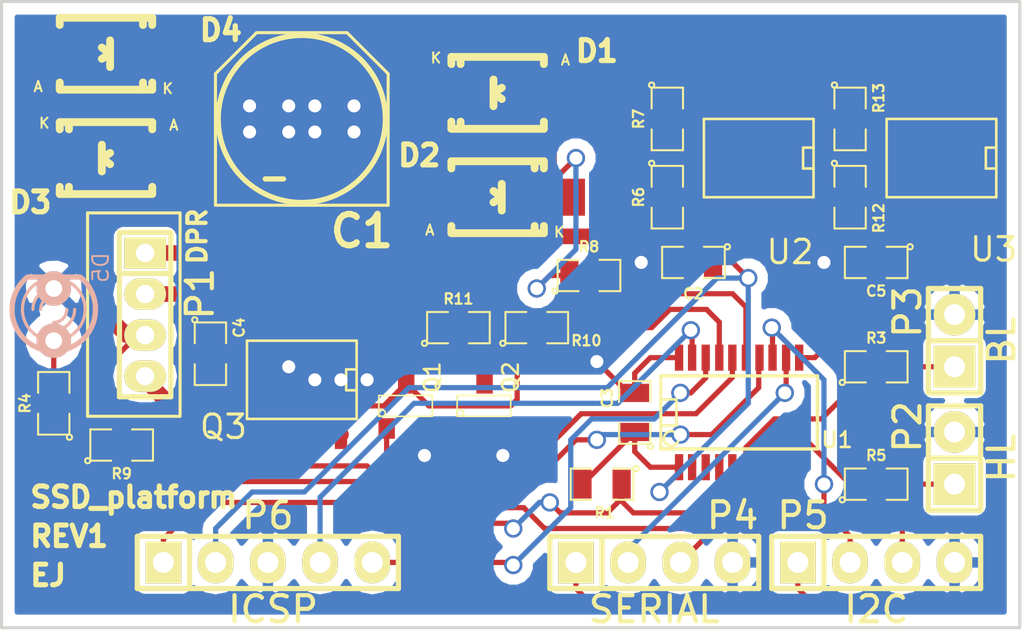
<source format=kicad_pcb>
(kicad_pcb (version 3) (host pcbnew "(2014-jan-25)-product")

  (general
    (links 79)
    (no_connects 0)
    (area 24.067407 21.717 76.424368 53.6956)
    (thickness 1.6)
    (drawings 9)
    (tracks 323)
    (zones 0)
    (modules 34)
    (nets 33)
  )

  (page A4)
  (title_block
    (title "SSD platform")
    (date "03 maj 2014")
    (rev 1)
    (company "Erik Johnsson")
  )

  (layers
    (15 F.Cu signal)
    (0 B.Cu signal)
    (16 B.Adhes user hide)
    (17 F.Adhes user hide)
    (18 B.Paste user hide)
    (19 F.Paste user hide)
    (20 B.SilkS user)
    (21 F.SilkS user)
    (22 B.Mask user)
    (23 F.Mask user)
    (24 Dwgs.User user hide)
    (25 Cmts.User user hide)
    (26 Eco1.User user hide)
    (27 Eco2.User user hide)
    (28 Edge.Cuts user)
  )

  (setup
    (last_trace_width 0.254)
    (user_trace_width 0.762)
    (trace_clearance 0.254)
    (zone_clearance 0.508)
    (zone_45_only no)
    (trace_min 0.254)
    (segment_width 0.2)
    (edge_width 0.15)
    (via_size 0.889)
    (via_drill 0.635)
    (via_min_size 0.889)
    (via_min_drill 0.508)
    (uvia_size 0.508)
    (uvia_drill 0.127)
    (uvias_allowed no)
    (uvia_min_size 0.508)
    (uvia_min_drill 0.127)
    (pcb_text_width 0.3)
    (pcb_text_size 1 1)
    (mod_edge_width 0.15)
    (mod_text_size 1 1)
    (mod_text_width 0.15)
    (pad_size 0.4064 1.27)
    (pad_drill 0)
    (pad_to_mask_clearance 0)
    (aux_axis_origin 0 0)
    (visible_elements FFFFFF7F)
    (pcbplotparams
      (layerselection 284196865)
      (usegerberextensions true)
      (excludeedgelayer true)
      (linewidth 0.100000)
      (plotframeref false)
      (viasonmask false)
      (mode 1)
      (useauxorigin false)
      (hpglpennumber 1)
      (hpglpenspeed 20)
      (hpglpendiameter 15)
      (hpglpenoverlay 2)
      (psnegative false)
      (psa4output false)
      (plotreference true)
      (plotvalue true)
      (plotothertext true)
      (plotinvisibletext false)
      (padsonsilk false)
      (subtractmaskfromsilk false)
      (outputformat 1)
      (mirror false)
      (drillshape 0)
      (scaleselection 1)
      (outputdirectory gerber/))
  )

  (net 0 "")
  (net 1 GND)
  (net 2 MOTOR+)
  (net 3 MOTOR-)
  (net 4 TRK1)
  (net 5 TRK2)
  (net 6 "Net-(Q1-Pad3)")
  (net 7 OUTBRK)
  (net 8 "Net-(Q2-Pad3)")
  (net 9 "Net-(R3-Pad1)")
  (net 10 "Net-(R4-Pad1)")
  (net 11 "Net-(R5-Pad1)")
  (net 12 LEDHL)
  (net 13 OUTMTR)
  (net 14 TX)
  (net 15 RX)
  (net 16 +5V)
  (net 17 +3.3V)
  (net 18 "Net-(D5-Pad1)")
  (net 19 LEDBL)
  (net 20 SCA)
  (net 21 SCL)
  (net 22 VPP)
  (net 23 PGD)
  (net 24 PGC)
  (net 25 "Net-(R6-Pad1)")
  (net 26 "Net-(R8-Pad2)")
  (net 27 "Net-(R9-Pad2)")
  (net 28 "Net-(R12-Pad1)")
  (net 29 "Net-(U1-Pad2)")
  (net 30 "Net-(U1-Pad3)")
  (net 31 "Net-(U1-Pad5)")
  (net 32 "Net-(U1-Pad9)")

  (net_class Default "This is the default net class."
    (clearance 0.254)
    (trace_width 0.254)
    (via_dia 0.889)
    (via_drill 0.635)
    (uvia_dia 0.508)
    (uvia_drill 0.127)
    (add_net +3.3V)
    (add_net +5V)
    (add_net GND)
    (add_net LEDBL)
    (add_net LEDHL)
    (add_net MOTOR+)
    (add_net MOTOR-)
    (add_net "Net-(D5-Pad1)")
    (add_net "Net-(Q1-Pad3)")
    (add_net "Net-(Q2-Pad3)")
    (add_net "Net-(R12-Pad1)")
    (add_net "Net-(R3-Pad1)")
    (add_net "Net-(R4-Pad1)")
    (add_net "Net-(R5-Pad1)")
    (add_net "Net-(R6-Pad1)")
    (add_net "Net-(R8-Pad2)")
    (add_net "Net-(R9-Pad2)")
    (add_net "Net-(U1-Pad2)")
    (add_net "Net-(U1-Pad3)")
    (add_net "Net-(U1-Pad5)")
    (add_net "Net-(U1-Pad9)")
    (add_net OUTBRK)
    (add_net OUTMTR)
    (add_net PGC)
    (add_net PGD)
    (add_net RX)
    (add_net SCA)
    (add_net SCL)
    (add_net TRK1)
    (add_net TRK2)
    (add_net TX)
    (add_net VPP)
  )

  (module SMD_Packages:SSOP20 (layer F.Cu) (tedit 53652EE5) (tstamp 5364E720)
    (at 61.2775 42.8625)
    (descr "SSOP 20 pins")
    (tags "CMS SSOP SMD")
    (path /53641DB8)
    (clearance 0.2032)
    (attr smd)
    (fp_text reference U1 (at 4.7625 1.3335) (layer F.SilkS)
      (effects (font (size 0.762 0.762) (thickness 0.127)))
    )
    (fp_text value PIC18F13K22 (at 0 0.635) (layer F.SilkS) hide
      (effects (font (size 0.762 0.762) (thickness 0.127)))
    )
    (fp_line (start 3.81 -1.778) (end -3.81 -1.778) (layer F.SilkS) (width 0.1651))
    (fp_line (start -3.81 1.778) (end 3.81 1.778) (layer F.SilkS) (width 0.1651))
    (fp_line (start 3.81 -1.778) (end 3.81 1.778) (layer F.SilkS) (width 0.1651))
    (fp_line (start -3.81 1.778) (end -3.81 -1.778) (layer F.SilkS) (width 0.1524))
    (fp_circle (center -3.302 1.27) (end -3.556 1.016) (layer F.SilkS) (width 0.127))
    (fp_line (start -3.81 -0.635) (end -3.048 -0.635) (layer F.SilkS) (width 0.127))
    (fp_line (start -3.048 -0.635) (end -3.048 0.635) (layer F.SilkS) (width 0.127))
    (fp_line (start -3.048 0.635) (end -3.81 0.635) (layer F.SilkS) (width 0.127))
    (pad 1 smd rect (at -2.921 2.667) (size 0.4064 1.27) (layers F.Cu F.Paste F.Mask)
      (net 16 +5V))
    (pad 2 smd rect (at -2.286 2.667) (size 0.4064 1.27) (layers F.Cu F.Paste F.Mask)
      (net 29 "Net-(U1-Pad2)"))
    (pad 3 smd rect (at -1.6256 2.667) (size 0.4064 1.27) (layers F.Cu F.Paste F.Mask)
      (net 30 "Net-(U1-Pad3)"))
    (pad 4 smd rect (at -0.9652 2.667) (size 0.4064 1.27) (layers F.Cu F.Paste F.Mask)
      (net 22 VPP))
    (pad 5 smd rect (at -0.3302 2.667) (size 0.4064 1.27) (layers F.Cu F.Paste F.Mask)
      (net 31 "Net-(U1-Pad5)"))
    (pad 6 smd rect (at 0.3302 2.667) (size 0.4064 1.27) (layers F.Cu F.Paste F.Mask)
      (net 9 "Net-(R3-Pad1)"))
    (pad 7 smd rect (at 0.9906 2.667) (size 0.4064 1.27) (layers F.Cu F.Paste F.Mask)
      (net 10 "Net-(R4-Pad1)"))
    (pad 8 smd rect (at 1.6256 2.667) (size 0.4064 1.27) (layers F.Cu F.Paste F.Mask)
      (net 11 "Net-(R5-Pad1)"))
    (pad 9 smd rect (at 2.286 2.667) (size 0.4064 1.27) (layers F.Cu F.Paste F.Mask)
      (net 32 "Net-(U1-Pad9)"))
    (pad 10 smd rect (at 2.921 2.667) (size 0.4064 1.27) (layers F.Cu F.Paste F.Mask)
      (net 14 TX))
    (pad 11 smd rect (at 2.921 -2.667) (size 0.4064 1.27) (layers F.Cu F.Paste F.Mask)
      (net 21 SCL))
    (pad 12 smd rect (at 2.286 -2.667) (size 0.4064 1.27) (layers F.Cu F.Paste F.Mask)
      (net 15 RX))
    (pad 13 smd rect (at 1.6256 -2.667) (size 0.4064 1.27) (layers F.Cu F.Paste F.Mask)
      (net 20 SCA))
    (pad 14 smd rect (at 0.9906 -2.667) (size 0.4064 1.27) (layers F.Cu F.Paste F.Mask)
      (net 27 "Net-(R9-Pad2)"))
    (pad 15 smd rect (at 0.3302 -2.667) (size 0.4064 1.27) (layers F.Cu F.Paste F.Mask)
      (net 26 "Net-(R8-Pad2)"))
    (pad 16 smd rect (at -0.3302 -2.667) (size 0.4064 1.27) (layers F.Cu F.Paste F.Mask)
      (net 7 OUTBRK))
    (pad 17 smd rect (at -0.9652 -2.667) (size 0.4064 1.27) (layers F.Cu F.Paste F.Mask)
      (net 13 OUTMTR))
    (pad 18 smd rect (at -1.6256 -2.667) (size 0.4064 1.27) (layers F.Cu F.Paste F.Mask)
      (net 24 PGC))
    (pad 19 smd rect (at -2.286 -2.667) (size 0.4064 1.27) (layers F.Cu F.Paste F.Mask)
      (net 23 PGD))
    (pad 20 smd rect (at -2.921 -2.667) (size 0.4064 1.27) (layers F.Cu F.Paste F.Mask)
      (net 1 GND))
    (model smd/cms_so20.wrl
      (at (xyz 0 0 0))
      (scale (xyz 0.255 0.33 0.3))
      (rotate (xyz 0 0 0))
    )
  )

  (module SMD_Packages:SOT23 (layer F.Cu) (tedit 53652D76) (tstamp 53650C1F)
    (at 48.895 42.545)
    (tags SOT23)
    (path /53650175)
    (fp_text reference Q2 (at 1.27 -1.397 90) (layer F.SilkS)
      (effects (font (size 0.762 0.762) (thickness 0.11938)))
    )
    (fp_text value Biased_NPN (at 0.0635 0) (layer F.SilkS) hide
      (effects (font (size 0.50038 0.50038) (thickness 0.09906)))
    )
    (fp_circle (center -1.17602 0.35052) (end -1.30048 0.44958) (layer F.SilkS) (width 0.07874))
    (fp_line (start 1.27 -0.508) (end 1.27 0.508) (layer F.SilkS) (width 0.07874))
    (fp_line (start -1.3335 -0.508) (end -1.3335 0.508) (layer F.SilkS) (width 0.07874))
    (fp_line (start 1.27 0.508) (end -1.3335 0.508) (layer F.SilkS) (width 0.07874))
    (fp_line (start -1.3335 -0.508) (end 1.27 -0.508) (layer F.SilkS) (width 0.07874))
    (pad 3 smd rect (at 0 -1.09982) (size 0.8001 1.00076) (layers F.Cu F.Paste F.Mask)
      (net 8 "Net-(Q2-Pad3)"))
    (pad 2 smd rect (at 0.9525 1.09982) (size 0.8001 1.00076) (layers F.Cu F.Paste F.Mask)
      (net 1 GND))
    (pad 1 smd rect (at -0.9525 1.09982) (size 0.8001 1.00076) (layers F.Cu F.Paste F.Mask)
      (net 7 OUTBRK))
    (model smd\SOT23_3.wrl
      (at (xyz 0 0 0))
      (scale (xyz 0.4 0.4 0.4))
      (rotate (xyz 0 0 180))
    )
  )

  (module SMD_Packages:SOT23 (layer F.Cu) (tedit 53652D72) (tstamp 53650C18)
    (at 45.085 42.545)
    (tags SOT23)
    (path /536501DC)
    (fp_text reference Q1 (at 1.27 -1.397 90) (layer F.SilkS)
      (effects (font (size 0.762 0.762) (thickness 0.11938)))
    )
    (fp_text value Biased_NPN (at 0.0635 0) (layer F.SilkS) hide
      (effects (font (size 0.50038 0.50038) (thickness 0.09906)))
    )
    (fp_circle (center -1.17602 0.35052) (end -1.30048 0.44958) (layer F.SilkS) (width 0.07874))
    (fp_line (start 1.27 -0.508) (end 1.27 0.508) (layer F.SilkS) (width 0.07874))
    (fp_line (start -1.3335 -0.508) (end -1.3335 0.508) (layer F.SilkS) (width 0.07874))
    (fp_line (start 1.27 0.508) (end -1.3335 0.508) (layer F.SilkS) (width 0.07874))
    (fp_line (start -1.3335 -0.508) (end 1.27 -0.508) (layer F.SilkS) (width 0.07874))
    (pad 3 smd rect (at 0 -1.09982) (size 0.8001 1.00076) (layers F.Cu F.Paste F.Mask)
      (net 6 "Net-(Q1-Pad3)"))
    (pad 2 smd rect (at 0.9525 1.09982) (size 0.8001 1.00076) (layers F.Cu F.Paste F.Mask)
      (net 1 GND))
    (pad 1 smd rect (at -0.9525 1.09982) (size 0.8001 1.00076) (layers F.Cu F.Paste F.Mask)
      (net 7 OUTBRK))
    (model smd\SOT23_3.wrl
      (at (xyz 0 0 0))
      (scale (xyz 0.4 0.4 0.4))
      (rotate (xyz 0 0 180))
    )
  )

  (module Capacitors:CP_8x13mm (layer F.Cu) (tedit 5365490F) (tstamp 5364FCFE)
    (at 40.005 28.575 180)
    (descr "Capacitor, pol, cyl 8x13mm")
    (path /53640FAE)
    (fp_text reference C1 (at -2.921 -5.461 180) (layer F.SilkS)
      (effects (font (thickness 0.3048)))
    )
    (fp_text value 470u (at 0 5.08 180) (layer F.SilkS) hide
      (effects (font (thickness 0.3048)))
    )
    (fp_line (start 4.2 2.2) (end 4.2 -4.2) (layer F.SilkS) (width 0.15))
    (fp_line (start -2.2 4.2) (end 2.2 4.2) (layer F.SilkS) (width 0.15))
    (fp_line (start -4.2 2.2) (end -4.2 -4.2) (layer F.SilkS) (width 0.15))
    (fp_line (start 4.2 2.2) (end 2.2 4.2) (layer F.SilkS) (width 0.15))
    (fp_line (start -4.2 2.2) (end -2.2 4.2) (layer F.SilkS) (width 0.15))
    (fp_line (start 4.2 -4.2) (end -4.2 -4.2) (layer F.SilkS) (width 0.15))
    (fp_circle (center 0 0) (end -4.064 0.127) (layer F.SilkS) (width 0.254))
    (fp_line (start 0.889 -2.921) (end 1.778 -2.921) (layer F.SilkS) (width 0.254))
    (pad 1 smd rect (at 0 3.3 180) (size 1.2 3) (layers F.Cu F.Paste F.Mask)
      (net 2 MOTOR+))
    (pad 2 smd rect (at 0 -3.3 180) (size 1.2 3) (layers F.Cu F.Paste F.Mask)
      (net 1 GND))
    (model discret/Capacitor/cp_8x13mm.wrl
      (at (xyz 0 0 0))
      (scale (xyz 1 1 1))
      (rotate (xyz 0 0 0))
    )
  )

  (module SMD_Packages:SO8E (layer F.Cu) (tedit 53652EFA) (tstamp 5364EB3A)
    (at 71.12 30.48 180)
    (descr "module CMS SOJ 8 pins etroit")
    (tags "CMS SOJ")
    (path /5364C9AD)
    (attr smd)
    (fp_text reference U3 (at -2.54 -4.445 180) (layer F.SilkS)
      (effects (font (size 1.143 1.143) (thickness 0.1524)))
    )
    (fp_text value LM317_SOT223 (at 0 1.016 180) (layer F.SilkS) hide
      (effects (font (size 0.889 0.889) (thickness 0.1524)))
    )
    (fp_line (start -2.667 1.778) (end -2.667 1.905) (layer F.SilkS) (width 0.127))
    (fp_line (start -2.667 1.905) (end 2.667 1.905) (layer F.SilkS) (width 0.127))
    (fp_line (start 2.667 -1.905) (end -2.667 -1.905) (layer F.SilkS) (width 0.127))
    (fp_line (start -2.667 -1.905) (end -2.667 1.778) (layer F.SilkS) (width 0.127))
    (fp_line (start -2.667 -0.508) (end -2.159 -0.508) (layer F.SilkS) (width 0.127))
    (fp_line (start -2.159 -0.508) (end -2.159 0.508) (layer F.SilkS) (width 0.127))
    (fp_line (start -2.159 0.508) (end -2.667 0.508) (layer F.SilkS) (width 0.127))
    (fp_line (start 2.667 -1.905) (end 2.667 1.905) (layer F.SilkS) (width 0.127))
    (pad 8 smd rect (at -1.905 -2.667 180) (size 0.59944 1.39954) (layers F.Cu F.Paste F.Mask))
    (pad 3 smd rect (at -1.905 2.667 180) (size 0.59944 1.39954) (layers F.Cu F.Paste F.Mask)
      (net 2 MOTOR+))
    (pad 2 smd rect (at -0.635 -2.667 180) (size 0.59944 1.39954) (layers F.Cu F.Paste F.Mask)
      (net 17 +3.3V))
    (pad 2 smd rect (at 0.635 -2.667 180) (size 0.59944 1.39954) (layers F.Cu F.Paste F.Mask)
      (net 17 +3.3V))
    (pad 5 smd rect (at 1.905 -2.667 180) (size 0.59944 1.39954) (layers F.Cu F.Paste F.Mask))
    (pad 2 smd rect (at -0.635 2.667 180) (size 0.59944 1.39954) (layers F.Cu F.Paste F.Mask)
      (net 17 +3.3V))
    (pad 2 smd rect (at 0.635 2.667 180) (size 0.59944 1.39954) (layers F.Cu F.Paste F.Mask)
      (net 17 +3.3V))
    (pad 1 smd rect (at 1.905 2.667 180) (size 0.59944 1.39954) (layers F.Cu F.Paste F.Mask)
      (net 28 "Net-(R12-Pad1)"))
    (model smd/cms_so8.wrl
      (at (xyz 0 0 0))
      (scale (xyz 0.5 0.32 0.5))
      (rotate (xyz 0 0 0))
    )
  )

  (module SMD_Packages:SO8E (layer F.Cu) (tedit 53652EF3) (tstamp 5364EB4F)
    (at 62.23 30.48 180)
    (descr "module CMS SOJ 8 pins etroit")
    (tags "CMS SOJ")
    (path /5365012B)
    (attr smd)
    (fp_text reference U2 (at -1.524 -4.572 180) (layer F.SilkS)
      (effects (font (size 1.143 1.143) (thickness 0.1524)))
    )
    (fp_text value LM317_SOT223 (at 0 1.016 180) (layer F.SilkS) hide
      (effects (font (size 0.889 0.889) (thickness 0.1524)))
    )
    (fp_line (start -2.667 1.778) (end -2.667 1.905) (layer F.SilkS) (width 0.127))
    (fp_line (start -2.667 1.905) (end 2.667 1.905) (layer F.SilkS) (width 0.127))
    (fp_line (start 2.667 -1.905) (end -2.667 -1.905) (layer F.SilkS) (width 0.127))
    (fp_line (start -2.667 -1.905) (end -2.667 1.778) (layer F.SilkS) (width 0.127))
    (fp_line (start -2.667 -0.508) (end -2.159 -0.508) (layer F.SilkS) (width 0.127))
    (fp_line (start -2.159 -0.508) (end -2.159 0.508) (layer F.SilkS) (width 0.127))
    (fp_line (start -2.159 0.508) (end -2.667 0.508) (layer F.SilkS) (width 0.127))
    (fp_line (start 2.667 -1.905) (end 2.667 1.905) (layer F.SilkS) (width 0.127))
    (pad 8 smd rect (at -1.905 -2.667 180) (size 0.59944 1.39954) (layers F.Cu F.Paste F.Mask))
    (pad 3 smd rect (at -1.905 2.667 180) (size 0.59944 1.39954) (layers F.Cu F.Paste F.Mask)
      (net 2 MOTOR+))
    (pad 2 smd rect (at -0.635 -2.667 180) (size 0.59944 1.39954) (layers F.Cu F.Paste F.Mask)
      (net 16 +5V))
    (pad 2 smd rect (at 0.635 -2.667 180) (size 0.59944 1.39954) (layers F.Cu F.Paste F.Mask)
      (net 16 +5V))
    (pad 5 smd rect (at 1.905 -2.667 180) (size 0.59944 1.39954) (layers F.Cu F.Paste F.Mask))
    (pad 2 smd rect (at -0.635 2.667 180) (size 0.59944 1.39954) (layers F.Cu F.Paste F.Mask)
      (net 16 +5V))
    (pad 2 smd rect (at 0.635 2.667 180) (size 0.59944 1.39954) (layers F.Cu F.Paste F.Mask)
      (net 16 +5V))
    (pad 1 smd rect (at 1.905 2.667 180) (size 0.59944 1.39954) (layers F.Cu F.Paste F.Mask)
      (net 25 "Net-(R6-Pad1)"))
    (model smd/cms_so8.wrl
      (at (xyz 0 0 0))
      (scale (xyz 0.5 0.32 0.5))
      (rotate (xyz 0 0 0))
    )
  )

  (module Pin_Headers:Pin_Header_Straight_1x04 (layer F.Cu) (tedit 53652CE3) (tstamp 5364EC5B)
    (at 32.385 38.1 270)
    (descr "1 pin")
    (tags "CONN DEV")
    (path /53650E43)
    (fp_text reference P1 (at -1.016 -2.667 270) (layer F.SilkS)
      (effects (font (size 1.27 1.27) (thickness 0.2032)))
    )
    (fp_text value DPR (at -3.81 -2.54 270) (layer F.SilkS)
      (effects (font (size 0.889 0.889) (thickness 0.2032)))
    )
    (fp_line (start -4.95 -1.7) (end -4.95 2.8) (layer F.SilkS) (width 0.15))
    (fp_line (start -4.95 2.8) (end 4.95 2.8) (layer F.SilkS) (width 0.15))
    (fp_line (start 4.95 2.8) (end 4.95 -1.7) (layer F.SilkS) (width 0.15))
    (fp_line (start 4.95 -1.7) (end -4.95 -1.7) (layer F.SilkS) (width 0.15))
    (fp_line (start -4 -1.25) (end -4 1.25) (layer F.SilkS) (width 0.254))
    (fp_line (start -4 1.25) (end 4 1.25) (layer F.SilkS) (width 0.254))
    (fp_line (start 4 1.25) (end 4 -1.25) (layer F.SilkS) (width 0.254))
    (fp_line (start 4 -1.25) (end -4 -1.25) (layer F.SilkS) (width 0.254))
    (fp_line (start -2 -1.25) (end -2 1.25) (layer F.SilkS) (width 0.254))
    (pad 1 thru_hole rect (at -3 0 270) (size 1.524 2.032) (drill 0.889) (layers *.Cu *.Mask F.SilkS)
      (net 4 TRK1))
    (pad 2 thru_hole oval (at -1 0 270) (size 1.524 2.032) (drill 0.889) (layers *.Cu *.Mask F.SilkS)
      (net 2 MOTOR+))
    (pad 3 thru_hole oval (at 1 0 270) (size 1.524 2.032) (drill 0.889) (layers *.Cu *.Mask F.SilkS)
      (net 5 TRK2))
    (pad 4 thru_hole oval (at 3 0 270) (size 1.524 2.032) (drill 0.889) (layers *.Cu *.Mask F.SilkS)
      (net 3 MOTOR-))
    (model Pin_Headers/Pin_Header_Straight_1x04.wrl
      (at (xyz 0 0 0))
      (scale (xyz 1 1 1))
      (rotate (xyz 0 0 0))
    )
  )

  (module LEDs:LED-3MM (layer B.Cu) (tedit 53653BA0) (tstamp 5364EC75)
    (at 27.94 38.1 90)
    (descr "LED 3mm - Lead pitch 100mil (2,54mm)")
    (tags "LED led 3mm 3MM 100mil 2,54mm")
    (path /5365169F)
    (fp_text reference D5 (at 2.286 2.286 90) (layer B.SilkS)
      (effects (font (size 0.762 0.762) (thickness 0.0889)) (justify mirror))
    )
    (fp_text value LED (at 0 -2.54 90) (layer B.SilkS) hide
      (effects (font (size 0.762 0.762) (thickness 0.0889)) (justify mirror))
    )
    (fp_line (start 1.8288 -1.27) (end 1.8288 1.27) (layer B.SilkS) (width 0.254))
    (fp_arc (start 0.254 0) (end -1.27 0) (angle -39.8) (layer B.SilkS) (width 0.1524))
    (fp_arc (start 0.254 0) (end -0.88392 -1.01092) (angle -41.6) (layer B.SilkS) (width 0.1524))
    (fp_arc (start 0.254 0) (end 1.4097 0.9906) (angle -40.6) (layer B.SilkS) (width 0.1524))
    (fp_arc (start 0.254 0) (end 1.778 0) (angle -39.8) (layer B.SilkS) (width 0.1524))
    (fp_arc (start 0.254 0) (end 0.254 1.524) (angle -54.4) (layer B.SilkS) (width 0.1524))
    (fp_arc (start 0.254 0) (end -0.9652 0.9144) (angle -53.1) (layer B.SilkS) (width 0.1524))
    (fp_arc (start 0.254 0) (end 1.45542 -0.93472) (angle -52.1) (layer B.SilkS) (width 0.1524))
    (fp_arc (start 0.254 0) (end 0.254 -1.524) (angle -52.1) (layer B.SilkS) (width 0.1524))
    (fp_arc (start 0.254 0) (end -0.381 0) (angle -90) (layer B.SilkS) (width 0.1524))
    (fp_arc (start 0.254 0) (end -0.762 0) (angle -90) (layer B.SilkS) (width 0.1524))
    (fp_arc (start 0.254 0) (end 0.889 0) (angle -90) (layer B.SilkS) (width 0.1524))
    (fp_arc (start 0.254 0) (end 1.27 0) (angle -90) (layer B.SilkS) (width 0.1524))
    (fp_arc (start 0.254 0) (end 0.254 2.032) (angle -50.1) (layer B.SilkS) (width 0.254))
    (fp_arc (start 0.254 0) (end -1.5367 0.95504) (angle -61.9) (layer B.SilkS) (width 0.254))
    (fp_arc (start 0.254 0) (end 1.8034 -1.31064) (angle -49.7) (layer B.SilkS) (width 0.254))
    (fp_arc (start 0.254 0) (end 0.254 -2.032) (angle -60.2) (layer B.SilkS) (width 0.254))
    (fp_arc (start 0.254 0) (end -1.778 0) (angle -28.3) (layer B.SilkS) (width 0.254))
    (fp_arc (start 0.254 0) (end -1.47574 -1.06426) (angle -31.6) (layer B.SilkS) (width 0.254))
    (pad 1 thru_hole circle (at -1.27 0 90) (size 1.6764 1.6764) (drill 0.8128) (layers *.Cu *.Mask B.SilkS)
      (net 18 "Net-(D5-Pad1)"))
    (pad 2 thru_hole circle (at 1.27 0 90) (size 1.6764 1.6764) (drill 0.8128) (layers *.Cu *.Mask B.SilkS)
      (net 1 GND))
    (model discret/leds/led3_vertical_verde.wrl
      (at (xyz 0 0 0))
      (scale (xyz 1 1 1))
      (rotate (xyz 0 0 0))
    )
  )

  (module Pin_Headers:Pin_Header_Straight_1x02 (layer F.Cu) (tedit 53652EC1) (tstamp 5364EC4B)
    (at 71.755 45.085 90)
    (descr "1 pin")
    (tags "CONN DEV")
    (path /536530FA)
    (fp_text reference P2 (at 1.524 -2.286 90) (layer F.SilkS)
      (effects (font (size 1.27 1.27) (thickness 0.2032)))
    )
    (fp_text value HL (at 0 2.286 90) (layer F.SilkS)
      (effects (font (size 1.27 1.27) (thickness 0.2032)))
    )
    (fp_line (start 0 -1.27) (end 0 1.27) (layer F.SilkS) (width 0.254))
    (fp_line (start -2.54 -1.27) (end -2.54 1.27) (layer F.SilkS) (width 0.254))
    (fp_line (start -2.54 1.27) (end 0 1.27) (layer F.SilkS) (width 0.254))
    (fp_line (start 0 1.27) (end 2.54 1.27) (layer F.SilkS) (width 0.254))
    (fp_line (start 2.54 1.27) (end 2.54 -1.27) (layer F.SilkS) (width 0.254))
    (fp_line (start 2.54 -1.27) (end -2.54 -1.27) (layer F.SilkS) (width 0.254))
    (pad 1 thru_hole rect (at -1.27 0 90) (size 2.032 2.032) (drill 1.016) (layers *.Cu *.Mask F.SilkS)
      (net 12 LEDHL))
    (pad 2 thru_hole oval (at 1.27 0 90) (size 2.032 2.032) (drill 1.016) (layers *.Cu *.Mask F.SilkS)
      (net 1 GND))
    (model Pin_Headers/Pin_Header_Straight_1x02.wrl
      (at (xyz 0 0 0))
      (scale (xyz 1 1 1))
      (rotate (xyz 0 0 0))
    )
  )

  (module Pin_Headers:Pin_Header_Straight_1x02 (layer F.Cu) (tedit 53652EBA) (tstamp 5364EC3E)
    (at 71.755 39.37 90)
    (descr "1 pin")
    (tags "CONN DEV")
    (path /536535F0)
    (fp_text reference P3 (at 1.397 -2.286 90) (layer F.SilkS)
      (effects (font (size 1.27 1.27) (thickness 0.2032)))
    )
    (fp_text value BL (at 0 2.286 90) (layer F.SilkS)
      (effects (font (size 1.27 1.27) (thickness 0.2032)))
    )
    (fp_line (start 0 -1.27) (end 0 1.27) (layer F.SilkS) (width 0.254))
    (fp_line (start -2.54 -1.27) (end -2.54 1.27) (layer F.SilkS) (width 0.254))
    (fp_line (start -2.54 1.27) (end 0 1.27) (layer F.SilkS) (width 0.254))
    (fp_line (start 0 1.27) (end 2.54 1.27) (layer F.SilkS) (width 0.254))
    (fp_line (start 2.54 1.27) (end 2.54 -1.27) (layer F.SilkS) (width 0.254))
    (fp_line (start 2.54 -1.27) (end -2.54 -1.27) (layer F.SilkS) (width 0.254))
    (pad 1 thru_hole rect (at -1.27 0 90) (size 2.032 2.032) (drill 1.016) (layers *.Cu *.Mask F.SilkS)
      (net 19 LEDBL))
    (pad 2 thru_hole oval (at 1.27 0 90) (size 2.032 2.032) (drill 1.016) (layers *.Cu *.Mask F.SilkS)
      (net 1 GND))
    (model Pin_Headers/Pin_Header_Straight_1x02.wrl
      (at (xyz 0 0 0))
      (scale (xyz 1 1 1))
      (rotate (xyz 0 0 0))
    )
  )

  (module SMD_Packages:SO8E (layer F.Cu) (tedit 53652C9E) (tstamp 5364E6C0)
    (at 40.005 41.275 180)
    (descr "module CMS SOJ 8 pins etroit")
    (tags "CMS SOJ")
    (path /5364EC6C)
    (attr smd)
    (fp_text reference Q3 (at 3.81 -2.286 180) (layer F.SilkS)
      (effects (font (size 1.143 1.143) (thickness 0.1524)))
    )
    (fp_text value Dual_NP_MOSFET (at 0 1.016 180) (layer F.SilkS) hide
      (effects (font (size 0.889 0.889) (thickness 0.1524)))
    )
    (fp_line (start -2.667 1.778) (end -2.667 1.905) (layer F.SilkS) (width 0.127))
    (fp_line (start -2.667 1.905) (end 2.667 1.905) (layer F.SilkS) (width 0.127))
    (fp_line (start 2.667 -1.905) (end -2.667 -1.905) (layer F.SilkS) (width 0.127))
    (fp_line (start -2.667 -1.905) (end -2.667 1.778) (layer F.SilkS) (width 0.127))
    (fp_line (start -2.667 -0.508) (end -2.159 -0.508) (layer F.SilkS) (width 0.127))
    (fp_line (start -2.159 -0.508) (end -2.159 0.508) (layer F.SilkS) (width 0.127))
    (fp_line (start -2.159 0.508) (end -2.667 0.508) (layer F.SilkS) (width 0.127))
    (fp_line (start 2.667 -1.905) (end 2.667 1.905) (layer F.SilkS) (width 0.127))
    (pad 5 smd rect (at -1.905 -2.667 180) (size 0.59944 1.39954) (layers F.Cu F.Paste F.Mask)
      (net 3 MOTOR-))
    (pad 1 smd rect (at -1.905 2.667 180) (size 0.59944 1.39954) (layers F.Cu F.Paste F.Mask)
      (net 2 MOTOR+))
    (pad 5 smd rect (at -0.635 -2.667 180) (size 0.59944 1.39954) (layers F.Cu F.Paste F.Mask)
      (net 3 MOTOR-))
    (pad 5 smd rect (at 0.635 -2.667 180) (size 0.59944 1.39954) (layers F.Cu F.Paste F.Mask)
      (net 3 MOTOR-))
    (pad 5 smd rect (at 1.905 -2.667 180) (size 0.59944 1.39954) (layers F.Cu F.Paste F.Mask)
      (net 3 MOTOR-))
    (pad 2 smd rect (at -0.635 2.667 180) (size 0.59944 1.39954) (layers F.Cu F.Paste F.Mask)
      (net 8 "Net-(Q2-Pad3)"))
    (pad 3 smd rect (at 0.635 2.667 180) (size 0.59944 1.39954) (layers F.Cu F.Paste F.Mask)
      (net 1 GND))
    (pad 4 smd rect (at 1.905 2.667 180) (size 0.59944 1.39954) (layers F.Cu F.Paste F.Mask)
      (net 6 "Net-(Q1-Pad3)"))
    (model smd/cms_so8.wrl
      (at (xyz 0 0 0))
      (scale (xyz 0.5 0.32 0.5))
      (rotate (xyz 0 0 0))
    )
  )

  (module Pin_Headers:Pin_Header_Straight_1x04 (layer F.Cu) (tedit 53652EDA) (tstamp 5364EC31)
    (at 57.15 50.165)
    (descr "1 pin")
    (tags "CONN DEV")
    (path /5364FFE9)
    (fp_text reference P4 (at 3.81 -2.286) (layer F.SilkS)
      (effects (font (size 1.27 1.27) (thickness 0.2032)))
    )
    (fp_text value SERIAL (at 0 2.286) (layer F.SilkS)
      (effects (font (size 1.27 1.27) (thickness 0.2032)))
    )
    (fp_line (start -2.54 1.27) (end 5.08 1.27) (layer F.SilkS) (width 0.254))
    (fp_line (start -2.54 -1.27) (end 5.08 -1.27) (layer F.SilkS) (width 0.254))
    (fp_line (start -5.08 -1.27) (end -2.54 -1.27) (layer F.SilkS) (width 0.254))
    (fp_line (start 5.08 1.27) (end 5.08 -1.27) (layer F.SilkS) (width 0.254))
    (fp_line (start -2.54 -1.27) (end -2.54 1.27) (layer F.SilkS) (width 0.254))
    (fp_line (start -5.08 -1.27) (end -5.08 1.27) (layer F.SilkS) (width 0.254))
    (fp_line (start -5.08 1.27) (end -2.54 1.27) (layer F.SilkS) (width 0.254))
    (pad 1 thru_hole rect (at -3.81 0) (size 1.7272 2.032) (drill 1.016) (layers *.Cu *.Mask F.SilkS)
      (net 17 +3.3V))
    (pad 2 thru_hole oval (at -1.27 0) (size 1.7272 2.032) (drill 1.016) (layers *.Cu *.Mask F.SilkS)
      (net 15 RX))
    (pad 3 thru_hole oval (at 1.27 0) (size 1.7272 2.032) (drill 1.016) (layers *.Cu *.Mask F.SilkS)
      (net 14 TX))
    (pad 4 thru_hole oval (at 3.81 0) (size 1.7272 2.032) (drill 1.016) (layers *.Cu *.Mask F.SilkS)
      (net 1 GND))
    (model Pin_Headers/Pin_Header_Straight_1x04.wrl
      (at (xyz 0 0 0))
      (scale (xyz 1 1 1))
      (rotate (xyz 0 0 0))
    )
  )

  (module Pin_Headers:Pin_Header_Straight_1x04 (layer F.Cu) (tedit 53652ECE) (tstamp 5364EC21)
    (at 67.945 50.165)
    (descr "1 pin")
    (tags "CONN DEV")
    (path /5364F366)
    (fp_text reference P5 (at -3.556 -2.286) (layer F.SilkS)
      (effects (font (size 1.27 1.27) (thickness 0.2032)))
    )
    (fp_text value I2C (at 0 2.286) (layer F.SilkS)
      (effects (font (size 1.27 1.27) (thickness 0.2032)))
    )
    (fp_line (start -2.54 1.27) (end 5.08 1.27) (layer F.SilkS) (width 0.254))
    (fp_line (start -2.54 -1.27) (end 5.08 -1.27) (layer F.SilkS) (width 0.254))
    (fp_line (start -5.08 -1.27) (end -2.54 -1.27) (layer F.SilkS) (width 0.254))
    (fp_line (start 5.08 1.27) (end 5.08 -1.27) (layer F.SilkS) (width 0.254))
    (fp_line (start -2.54 -1.27) (end -2.54 1.27) (layer F.SilkS) (width 0.254))
    (fp_line (start -5.08 -1.27) (end -5.08 1.27) (layer F.SilkS) (width 0.254))
    (fp_line (start -5.08 1.27) (end -2.54 1.27) (layer F.SilkS) (width 0.254))
    (pad 1 thru_hole rect (at -3.81 0) (size 1.7272 2.032) (drill 1.016) (layers *.Cu *.Mask F.SilkS)
      (net 17 +3.3V))
    (pad 2 thru_hole oval (at -1.27 0) (size 1.7272 2.032) (drill 1.016) (layers *.Cu *.Mask F.SilkS)
      (net 20 SCA))
    (pad 3 thru_hole oval (at 1.27 0) (size 1.7272 2.032) (drill 1.016) (layers *.Cu *.Mask F.SilkS)
      (net 21 SCL))
    (pad 4 thru_hole oval (at 3.81 0) (size 1.7272 2.032) (drill 1.016) (layers *.Cu *.Mask F.SilkS)
      (net 1 GND))
    (model Pin_Headers/Pin_Header_Straight_1x04.wrl
      (at (xyz 0 0 0))
      (scale (xyz 1 1 1))
      (rotate (xyz 0 0 0))
    )
  )

  (module SMD_Packages:SM0805 (layer F.Cu) (tedit 53652E34) (tstamp 5364ECA1)
    (at 56.1975 42.8625 90)
    (path /53642309)
    (attr smd)
    (fp_text reference C3 (at 0.6985 -1.3335 90) (layer F.SilkS)
      (effects (font (size 0.50038 0.50038) (thickness 0.10922)))
    )
    (fp_text value 100n (at 0 0.381 90) (layer F.SilkS) hide
      (effects (font (size 0.50038 0.50038) (thickness 0.10922)))
    )
    (fp_circle (center -1.651 0.762) (end -1.651 0.635) (layer F.SilkS) (width 0.09906))
    (fp_line (start -0.508 0.762) (end -1.524 0.762) (layer F.SilkS) (width 0.09906))
    (fp_line (start -1.524 0.762) (end -1.524 -0.762) (layer F.SilkS) (width 0.09906))
    (fp_line (start -1.524 -0.762) (end -0.508 -0.762) (layer F.SilkS) (width 0.09906))
    (fp_line (start 0.508 -0.762) (end 1.524 -0.762) (layer F.SilkS) (width 0.09906))
    (fp_line (start 1.524 -0.762) (end 1.524 0.762) (layer F.SilkS) (width 0.09906))
    (fp_line (start 1.524 0.762) (end 0.508 0.762) (layer F.SilkS) (width 0.09906))
    (pad 1 smd rect (at -0.9525 0 90) (size 0.889 1.397) (layers F.Cu F.Paste F.Mask)
      (net 16 +5V))
    (pad 2 smd rect (at 0.9525 0 90) (size 0.889 1.397) (layers F.Cu F.Paste F.Mask)
      (net 1 GND))
    (model smd/chip_cms.wrl
      (at (xyz 0 0 0))
      (scale (xyz 0.1 0.1 0.1))
      (rotate (xyz 0 0 0))
    )
  )

  (module SMD_Packages:SM0805 (layer F.Cu) (tedit 53652C8F) (tstamp 5364EC93)
    (at 35.56 40.005 270)
    (path /53651721)
    (attr smd)
    (fp_text reference C4 (at -1.27 -1.397 270) (layer F.SilkS)
      (effects (font (size 0.50038 0.50038) (thickness 0.10922)))
    )
    (fp_text value 100n (at 0 0.381 270) (layer F.SilkS) hide
      (effects (font (size 0.50038 0.50038) (thickness 0.10922)))
    )
    (fp_circle (center -1.651 0.762) (end -1.651 0.635) (layer F.SilkS) (width 0.09906))
    (fp_line (start -0.508 0.762) (end -1.524 0.762) (layer F.SilkS) (width 0.09906))
    (fp_line (start -1.524 0.762) (end -1.524 -0.762) (layer F.SilkS) (width 0.09906))
    (fp_line (start -1.524 -0.762) (end -0.508 -0.762) (layer F.SilkS) (width 0.09906))
    (fp_line (start 0.508 -0.762) (end 1.524 -0.762) (layer F.SilkS) (width 0.09906))
    (fp_line (start 1.524 -0.762) (end 1.524 0.762) (layer F.SilkS) (width 0.09906))
    (fp_line (start 1.524 0.762) (end 0.508 0.762) (layer F.SilkS) (width 0.09906))
    (pad 1 smd rect (at -0.9525 0 270) (size 0.889 1.397) (layers F.Cu F.Paste F.Mask)
      (net 2 MOTOR+))
    (pad 2 smd rect (at 0.9525 0 270) (size 0.889 1.397) (layers F.Cu F.Paste F.Mask)
      (net 3 MOTOR-))
    (model smd/chip_cms.wrl
      (at (xyz 0 0 0))
      (scale (xyz 0.1 0.1 0.1))
      (rotate (xyz 0 0 0))
    )
  )

  (module SMD_Packages:SM0805 (layer F.Cu) (tedit 53652E39) (tstamp 5364EBF7)
    (at 54.61 46.355 180)
    (path /5364336D)
    (attr smd)
    (fp_text reference R1 (at -0.127 -1.397 180) (layer F.SilkS)
      (effects (font (size 0.50038 0.50038) (thickness 0.10922)))
    )
    (fp_text value 2k2 (at 0 0.381 180) (layer F.SilkS) hide
      (effects (font (size 0.50038 0.50038) (thickness 0.10922)))
    )
    (fp_circle (center -1.651 0.762) (end -1.651 0.635) (layer F.SilkS) (width 0.09906))
    (fp_line (start -0.508 0.762) (end -1.524 0.762) (layer F.SilkS) (width 0.09906))
    (fp_line (start -1.524 0.762) (end -1.524 -0.762) (layer F.SilkS) (width 0.09906))
    (fp_line (start -1.524 -0.762) (end -0.508 -0.762) (layer F.SilkS) (width 0.09906))
    (fp_line (start 0.508 -0.762) (end 1.524 -0.762) (layer F.SilkS) (width 0.09906))
    (fp_line (start 1.524 -0.762) (end 1.524 0.762) (layer F.SilkS) (width 0.09906))
    (fp_line (start 1.524 0.762) (end 0.508 0.762) (layer F.SilkS) (width 0.09906))
    (pad 1 smd rect (at -0.9525 0 180) (size 0.889 1.397) (layers F.Cu F.Paste F.Mask)
      (net 22 VPP))
    (pad 2 smd rect (at 0.9525 0 180) (size 0.889 1.397) (layers F.Cu F.Paste F.Mask)
      (net 16 +5V))
    (model smd/chip_cms.wrl
      (at (xyz 0 0 0))
      (scale (xyz 0.1 0.1 0.1))
      (rotate (xyz 0 0 0))
    )
  )

  (module SMD_Packages:SM0805 (layer F.Cu) (tedit 53652E61) (tstamp 5364EBE9)
    (at 67.945 40.64)
    (path /53645232)
    (attr smd)
    (fp_text reference R3 (at 0 -1.397) (layer F.SilkS)
      (effects (font (size 0.50038 0.50038) (thickness 0.10922)))
    )
    (fp_text value 150 (at 0 0.381) (layer F.SilkS) hide
      (effects (font (size 0.50038 0.50038) (thickness 0.10922)))
    )
    (fp_circle (center -1.651 0.762) (end -1.651 0.635) (layer F.SilkS) (width 0.09906))
    (fp_line (start -0.508 0.762) (end -1.524 0.762) (layer F.SilkS) (width 0.09906))
    (fp_line (start -1.524 0.762) (end -1.524 -0.762) (layer F.SilkS) (width 0.09906))
    (fp_line (start -1.524 -0.762) (end -0.508 -0.762) (layer F.SilkS) (width 0.09906))
    (fp_line (start 0.508 -0.762) (end 1.524 -0.762) (layer F.SilkS) (width 0.09906))
    (fp_line (start 1.524 -0.762) (end 1.524 0.762) (layer F.SilkS) (width 0.09906))
    (fp_line (start 1.524 0.762) (end 0.508 0.762) (layer F.SilkS) (width 0.09906))
    (pad 1 smd rect (at -0.9525 0) (size 0.889 1.397) (layers F.Cu F.Paste F.Mask)
      (net 9 "Net-(R3-Pad1)"))
    (pad 2 smd rect (at 0.9525 0) (size 0.889 1.397) (layers F.Cu F.Paste F.Mask)
      (net 19 LEDBL))
    (model smd/chip_cms.wrl
      (at (xyz 0 0 0))
      (scale (xyz 0.1 0.1 0.1))
      (rotate (xyz 0 0 0))
    )
  )

  (module SMD_Packages:SM0805 (layer F.Cu) (tedit 53652C81) (tstamp 5364EBDB)
    (at 27.94 42.418 90)
    (path /5364525A)
    (attr smd)
    (fp_text reference R4 (at 0 -1.397 90) (layer F.SilkS)
      (effects (font (size 0.50038 0.50038) (thickness 0.10922)))
    )
    (fp_text value 150 (at 0 0.381 90) (layer F.SilkS) hide
      (effects (font (size 0.50038 0.50038) (thickness 0.10922)))
    )
    (fp_circle (center -1.651 0.762) (end -1.651 0.635) (layer F.SilkS) (width 0.09906))
    (fp_line (start -0.508 0.762) (end -1.524 0.762) (layer F.SilkS) (width 0.09906))
    (fp_line (start -1.524 0.762) (end -1.524 -0.762) (layer F.SilkS) (width 0.09906))
    (fp_line (start -1.524 -0.762) (end -0.508 -0.762) (layer F.SilkS) (width 0.09906))
    (fp_line (start 0.508 -0.762) (end 1.524 -0.762) (layer F.SilkS) (width 0.09906))
    (fp_line (start 1.524 -0.762) (end 1.524 0.762) (layer F.SilkS) (width 0.09906))
    (fp_line (start 1.524 0.762) (end 0.508 0.762) (layer F.SilkS) (width 0.09906))
    (pad 1 smd rect (at -0.9525 0 90) (size 0.889 1.397) (layers F.Cu F.Paste F.Mask)
      (net 10 "Net-(R4-Pad1)"))
    (pad 2 smd rect (at 0.9525 0 90) (size 0.889 1.397) (layers F.Cu F.Paste F.Mask)
      (net 18 "Net-(D5-Pad1)"))
    (model smd/chip_cms.wrl
      (at (xyz 0 0 0))
      (scale (xyz 0.1 0.1 0.1))
      (rotate (xyz 0 0 0))
    )
  )

  (module SMD_Packages:SM0805 (layer F.Cu) (tedit 53652E68) (tstamp 5364EBCD)
    (at 67.945 46.355)
    (path /5364527F)
    (attr smd)
    (fp_text reference R5 (at 0 -1.397) (layer F.SilkS)
      (effects (font (size 0.50038 0.50038) (thickness 0.10922)))
    )
    (fp_text value 150 (at 0 0.381) (layer F.SilkS) hide
      (effects (font (size 0.50038 0.50038) (thickness 0.10922)))
    )
    (fp_circle (center -1.651 0.762) (end -1.651 0.635) (layer F.SilkS) (width 0.09906))
    (fp_line (start -0.508 0.762) (end -1.524 0.762) (layer F.SilkS) (width 0.09906))
    (fp_line (start -1.524 0.762) (end -1.524 -0.762) (layer F.SilkS) (width 0.09906))
    (fp_line (start -1.524 -0.762) (end -0.508 -0.762) (layer F.SilkS) (width 0.09906))
    (fp_line (start 0.508 -0.762) (end 1.524 -0.762) (layer F.SilkS) (width 0.09906))
    (fp_line (start 1.524 -0.762) (end 1.524 0.762) (layer F.SilkS) (width 0.09906))
    (fp_line (start 1.524 0.762) (end 0.508 0.762) (layer F.SilkS) (width 0.09906))
    (pad 1 smd rect (at -0.9525 0) (size 0.889 1.397) (layers F.Cu F.Paste F.Mask)
      (net 11 "Net-(R5-Pad1)"))
    (pad 2 smd rect (at 0.9525 0) (size 0.889 1.397) (layers F.Cu F.Paste F.Mask)
      (net 12 LEDHL))
    (model smd/chip_cms.wrl
      (at (xyz 0 0 0))
      (scale (xyz 0.1 0.1 0.1))
      (rotate (xyz 0 0 0))
    )
  )

  (module SMD_Packages:SM0805 (layer F.Cu) (tedit 53652E49) (tstamp 5364EBBF)
    (at 57.785 32.385 270)
    (path /5365083C)
    (attr smd)
    (fp_text reference R6 (at 0 1.397 270) (layer F.SilkS)
      (effects (font (size 0.50038 0.50038) (thickness 0.10922)))
    )
    (fp_text value 750 (at 0 0.381 270) (layer F.SilkS) hide
      (effects (font (size 0.50038 0.50038) (thickness 0.10922)))
    )
    (fp_circle (center -1.651 0.762) (end -1.651 0.635) (layer F.SilkS) (width 0.09906))
    (fp_line (start -0.508 0.762) (end -1.524 0.762) (layer F.SilkS) (width 0.09906))
    (fp_line (start -1.524 0.762) (end -1.524 -0.762) (layer F.SilkS) (width 0.09906))
    (fp_line (start -1.524 -0.762) (end -0.508 -0.762) (layer F.SilkS) (width 0.09906))
    (fp_line (start 0.508 -0.762) (end 1.524 -0.762) (layer F.SilkS) (width 0.09906))
    (fp_line (start 1.524 -0.762) (end 1.524 0.762) (layer F.SilkS) (width 0.09906))
    (fp_line (start 1.524 0.762) (end 0.508 0.762) (layer F.SilkS) (width 0.09906))
    (pad 1 smd rect (at -0.9525 0 270) (size 0.889 1.397) (layers F.Cu F.Paste F.Mask)
      (net 25 "Net-(R6-Pad1)"))
    (pad 2 smd rect (at 0.9525 0 270) (size 0.889 1.397) (layers F.Cu F.Paste F.Mask)
      (net 1 GND))
    (model smd/chip_cms.wrl
      (at (xyz 0 0 0))
      (scale (xyz 0.1 0.1 0.1))
      (rotate (xyz 0 0 0))
    )
  )

  (module SMD_Packages:SM0805 (layer F.Cu) (tedit 53652E4C) (tstamp 5364EBB1)
    (at 57.785 28.575 270)
    (path /53650789)
    (attr smd)
    (fp_text reference R7 (at 0 1.397 270) (layer F.SilkS)
      (effects (font (size 0.50038 0.50038) (thickness 0.10922)))
    )
    (fp_text value 240 (at 0 0.381 270) (layer F.SilkS) hide
      (effects (font (size 0.50038 0.50038) (thickness 0.10922)))
    )
    (fp_circle (center -1.651 0.762) (end -1.651 0.635) (layer F.SilkS) (width 0.09906))
    (fp_line (start -0.508 0.762) (end -1.524 0.762) (layer F.SilkS) (width 0.09906))
    (fp_line (start -1.524 0.762) (end -1.524 -0.762) (layer F.SilkS) (width 0.09906))
    (fp_line (start -1.524 -0.762) (end -0.508 -0.762) (layer F.SilkS) (width 0.09906))
    (fp_line (start 0.508 -0.762) (end 1.524 -0.762) (layer F.SilkS) (width 0.09906))
    (fp_line (start 1.524 -0.762) (end 1.524 0.762) (layer F.SilkS) (width 0.09906))
    (fp_line (start 1.524 0.762) (end 0.508 0.762) (layer F.SilkS) (width 0.09906))
    (pad 1 smd rect (at -0.9525 0 270) (size 0.889 1.397) (layers F.Cu F.Paste F.Mask)
      (net 16 +5V))
    (pad 2 smd rect (at 0.9525 0 270) (size 0.889 1.397) (layers F.Cu F.Paste F.Mask)
      (net 25 "Net-(R6-Pad1)"))
    (model smd/chip_cms.wrl
      (at (xyz 0 0 0))
      (scale (xyz 0.1 0.1 0.1))
      (rotate (xyz 0 0 0))
    )
  )

  (module SMD_Packages:SM0805 (layer F.Cu) (tedit 53652E41) (tstamp 5364EBA3)
    (at 53.975 36.195)
    (path /53644751)
    (attr smd)
    (fp_text reference R8 (at 0 -1.397) (layer F.SilkS)
      (effects (font (size 0.50038 0.50038) (thickness 0.10922)))
    )
    (fp_text value 33k (at 0 0.381) (layer F.SilkS) hide
      (effects (font (size 0.50038 0.50038) (thickness 0.10922)))
    )
    (fp_circle (center -1.651 0.762) (end -1.651 0.635) (layer F.SilkS) (width 0.09906))
    (fp_line (start -0.508 0.762) (end -1.524 0.762) (layer F.SilkS) (width 0.09906))
    (fp_line (start -1.524 0.762) (end -1.524 -0.762) (layer F.SilkS) (width 0.09906))
    (fp_line (start -1.524 -0.762) (end -0.508 -0.762) (layer F.SilkS) (width 0.09906))
    (fp_line (start 0.508 -0.762) (end 1.524 -0.762) (layer F.SilkS) (width 0.09906))
    (fp_line (start 1.524 -0.762) (end 1.524 0.762) (layer F.SilkS) (width 0.09906))
    (fp_line (start 1.524 0.762) (end 0.508 0.762) (layer F.SilkS) (width 0.09906))
    (pad 1 smd rect (at -0.9525 0) (size 0.889 1.397) (layers F.Cu F.Paste F.Mask)
      (net 4 TRK1))
    (pad 2 smd rect (at 0.9525 0) (size 0.889 1.397) (layers F.Cu F.Paste F.Mask)
      (net 26 "Net-(R8-Pad2)"))
    (model smd/chip_cms.wrl
      (at (xyz 0 0 0))
      (scale (xyz 0.1 0.1 0.1))
      (rotate (xyz 0 0 0))
    )
  )

  (module SMD_Packages:SM0805 (layer F.Cu) (tedit 53652C86) (tstamp 5364EB95)
    (at 31.242 44.45)
    (path /536447F5)
    (attr smd)
    (fp_text reference R9 (at 0 1.397) (layer F.SilkS)
      (effects (font (size 0.50038 0.50038) (thickness 0.10922)))
    )
    (fp_text value 33k (at 0 0.381) (layer F.SilkS) hide
      (effects (font (size 0.50038 0.50038) (thickness 0.10922)))
    )
    (fp_circle (center -1.651 0.762) (end -1.651 0.635) (layer F.SilkS) (width 0.09906))
    (fp_line (start -0.508 0.762) (end -1.524 0.762) (layer F.SilkS) (width 0.09906))
    (fp_line (start -1.524 0.762) (end -1.524 -0.762) (layer F.SilkS) (width 0.09906))
    (fp_line (start -1.524 -0.762) (end -0.508 -0.762) (layer F.SilkS) (width 0.09906))
    (fp_line (start 0.508 -0.762) (end 1.524 -0.762) (layer F.SilkS) (width 0.09906))
    (fp_line (start 1.524 -0.762) (end 1.524 0.762) (layer F.SilkS) (width 0.09906))
    (fp_line (start 1.524 0.762) (end 0.508 0.762) (layer F.SilkS) (width 0.09906))
    (pad 1 smd rect (at -0.9525 0) (size 0.889 1.397) (layers F.Cu F.Paste F.Mask)
      (net 5 TRK2))
    (pad 2 smd rect (at 0.9525 0) (size 0.889 1.397) (layers F.Cu F.Paste F.Mask)
      (net 27 "Net-(R9-Pad2)"))
    (model smd/chip_cms.wrl
      (at (xyz 0 0 0))
      (scale (xyz 0.1 0.1 0.1))
      (rotate (xyz 0 0 0))
    )
  )

  (module SMD_Packages:SM0805 (layer F.Cu) (tedit 53652E28) (tstamp 5364EB87)
    (at 51.435 38.735)
    (path /53651529)
    (attr smd)
    (fp_text reference R10 (at 2.413 0.635) (layer F.SilkS)
      (effects (font (size 0.50038 0.50038) (thickness 0.10922)))
    )
    (fp_text value 2k2 (at 0 0.381) (layer F.SilkS) hide
      (effects (font (size 0.50038 0.50038) (thickness 0.10922)))
    )
    (fp_circle (center -1.651 0.762) (end -1.651 0.635) (layer F.SilkS) (width 0.09906))
    (fp_line (start -0.508 0.762) (end -1.524 0.762) (layer F.SilkS) (width 0.09906))
    (fp_line (start -1.524 0.762) (end -1.524 -0.762) (layer F.SilkS) (width 0.09906))
    (fp_line (start -1.524 -0.762) (end -0.508 -0.762) (layer F.SilkS) (width 0.09906))
    (fp_line (start 0.508 -0.762) (end 1.524 -0.762) (layer F.SilkS) (width 0.09906))
    (fp_line (start 1.524 -0.762) (end 1.524 0.762) (layer F.SilkS) (width 0.09906))
    (fp_line (start 1.524 0.762) (end 0.508 0.762) (layer F.SilkS) (width 0.09906))
    (pad 1 smd rect (at -0.9525 0) (size 0.889 1.397) (layers F.Cu F.Paste F.Mask)
      (net 6 "Net-(Q1-Pad3)"))
    (pad 2 smd rect (at 0.9525 0) (size 0.889 1.397) (layers F.Cu F.Paste F.Mask)
      (net 13 OUTMTR))
    (model smd/chip_cms.wrl
      (at (xyz 0 0 0))
      (scale (xyz 0.1 0.1 0.1))
      (rotate (xyz 0 0 0))
    )
  )

  (module SMD_Packages:SM0805 (layer F.Cu) (tedit 53652E24) (tstamp 53650F45)
    (at 47.625 38.735)
    (path /53650D1A)
    (attr smd)
    (fp_text reference R11 (at 0 -1.397) (layer F.SilkS)
      (effects (font (size 0.50038 0.50038) (thickness 0.10922)))
    )
    (fp_text value 2k2 (at 0 0.381) (layer F.SilkS) hide
      (effects (font (size 0.50038 0.50038) (thickness 0.10922)))
    )
    (fp_circle (center -1.651 0.762) (end -1.651 0.635) (layer F.SilkS) (width 0.09906))
    (fp_line (start -0.508 0.762) (end -1.524 0.762) (layer F.SilkS) (width 0.09906))
    (fp_line (start -1.524 0.762) (end -1.524 -0.762) (layer F.SilkS) (width 0.09906))
    (fp_line (start -1.524 -0.762) (end -0.508 -0.762) (layer F.SilkS) (width 0.09906))
    (fp_line (start 0.508 -0.762) (end 1.524 -0.762) (layer F.SilkS) (width 0.09906))
    (fp_line (start 1.524 -0.762) (end 1.524 0.762) (layer F.SilkS) (width 0.09906))
    (fp_line (start 1.524 0.762) (end 0.508 0.762) (layer F.SilkS) (width 0.09906))
    (pad 1 smd rect (at -0.9525 0) (size 0.889 1.397) (layers F.Cu F.Paste F.Mask)
      (net 2 MOTOR+))
    (pad 2 smd rect (at 0.9525 0) (size 0.889 1.397) (layers F.Cu F.Paste F.Mask)
      (net 8 "Net-(Q2-Pad3)"))
    (model smd/chip_cms.wrl
      (at (xyz 0 0 0))
      (scale (xyz 0.1 0.1 0.1))
      (rotate (xyz 0 0 0))
    )
  )

  (module SMD_Packages:SM0805 (layer F.Cu) (tedit 53652E58) (tstamp 5364EB6B)
    (at 66.675 32.385 270)
    (path /5364CA51)
    (attr smd)
    (fp_text reference R12 (at 1.016 -1.397 270) (layer F.SilkS)
      (effects (font (size 0.50038 0.50038) (thickness 0.10922)))
    )
    (fp_text value 390 (at 0 0.381 270) (layer F.SilkS) hide
      (effects (font (size 0.50038 0.50038) (thickness 0.10922)))
    )
    (fp_circle (center -1.651 0.762) (end -1.651 0.635) (layer F.SilkS) (width 0.09906))
    (fp_line (start -0.508 0.762) (end -1.524 0.762) (layer F.SilkS) (width 0.09906))
    (fp_line (start -1.524 0.762) (end -1.524 -0.762) (layer F.SilkS) (width 0.09906))
    (fp_line (start -1.524 -0.762) (end -0.508 -0.762) (layer F.SilkS) (width 0.09906))
    (fp_line (start 0.508 -0.762) (end 1.524 -0.762) (layer F.SilkS) (width 0.09906))
    (fp_line (start 1.524 -0.762) (end 1.524 0.762) (layer F.SilkS) (width 0.09906))
    (fp_line (start 1.524 0.762) (end 0.508 0.762) (layer F.SilkS) (width 0.09906))
    (pad 1 smd rect (at -0.9525 0 270) (size 0.889 1.397) (layers F.Cu F.Paste F.Mask)
      (net 28 "Net-(R12-Pad1)"))
    (pad 2 smd rect (at 0.9525 0 270) (size 0.889 1.397) (layers F.Cu F.Paste F.Mask)
      (net 1 GND))
    (model smd/chip_cms.wrl
      (at (xyz 0 0 0))
      (scale (xyz 0.1 0.1 0.1))
      (rotate (xyz 0 0 0))
    )
  )

  (module SMD_Packages:SM0805 (layer F.Cu) (tedit 53652E54) (tstamp 5364EB5D)
    (at 66.675 28.575 270)
    (path /5364CC0A)
    (attr smd)
    (fp_text reference R13 (at -1.016 -1.397 270) (layer F.SilkS)
      (effects (font (size 0.50038 0.50038) (thickness 0.10922)))
    )
    (fp_text value 240 (at 0 0.381 270) (layer F.SilkS) hide
      (effects (font (size 0.50038 0.50038) (thickness 0.10922)))
    )
    (fp_circle (center -1.651 0.762) (end -1.651 0.635) (layer F.SilkS) (width 0.09906))
    (fp_line (start -0.508 0.762) (end -1.524 0.762) (layer F.SilkS) (width 0.09906))
    (fp_line (start -1.524 0.762) (end -1.524 -0.762) (layer F.SilkS) (width 0.09906))
    (fp_line (start -1.524 -0.762) (end -0.508 -0.762) (layer F.SilkS) (width 0.09906))
    (fp_line (start 0.508 -0.762) (end 1.524 -0.762) (layer F.SilkS) (width 0.09906))
    (fp_line (start 1.524 -0.762) (end 1.524 0.762) (layer F.SilkS) (width 0.09906))
    (fp_line (start 1.524 0.762) (end 0.508 0.762) (layer F.SilkS) (width 0.09906))
    (pad 1 smd rect (at -0.9525 0 270) (size 0.889 1.397) (layers F.Cu F.Paste F.Mask)
      (net 17 +3.3V))
    (pad 2 smd rect (at 0.9525 0 270) (size 0.889 1.397) (layers F.Cu F.Paste F.Mask)
      (net 28 "Net-(R12-Pad1)"))
    (model smd/chip_cms.wrl
      (at (xyz 0 0 0))
      (scale (xyz 0.1 0.1 0.1))
      (rotate (xyz 0 0 0))
    )
  )

  (module Diodes_SMD:Diode-SMA_Handsoldering (layer F.Cu) (tedit 53652DC5) (tstamp 5364EB25)
    (at 49.53 32.385)
    (descr "Diode SMA Handsoldering")
    (tags "Diode SMA Handsoldering")
    (path /53640750)
    (attr smd)
    (fp_text reference D1 (at 4.826 -7.112) (layer F.SilkS)
      (effects (font (size 1.016 1.016) (thickness 0.254)))
    )
    (fp_text value DIODESCH (at 0 3.81) (layer F.SilkS) hide
      (effects (font (thickness 0.3048)))
    )
    (fp_line (start 0.20066 -0.65024) (end 0.20066 0.65024) (layer F.SilkS) (width 0.381))
    (fp_line (start 0.20066 0) (end -0.20066 0.24892) (layer F.SilkS) (width 0.381))
    (fp_line (start 0.20066 0) (end -0.20066 -0.29972) (layer F.SilkS) (width 0.381))
    (fp_text user A (at -3.29946 1.6002) (layer F.SilkS)
      (effects (font (size 0.50038 0.50038) (thickness 0.09906)))
    )
    (fp_text user K (at 2.99974 1.69926) (layer F.SilkS)
      (effects (font (size 0.50038 0.50038) (thickness 0.09906)))
    )
    (fp_line (start 1.80086 1.75006) (end 1.80086 1.39954) (layer F.SilkS) (width 0.381))
    (fp_line (start 1.80086 -1.75006) (end 1.80086 -1.39954) (layer F.SilkS) (width 0.381))
    (fp_line (start 2.25044 1.75006) (end 2.25044 1.39954) (layer F.SilkS) (width 0.381))
    (fp_line (start -2.25044 1.75006) (end -2.25044 1.39954) (layer F.SilkS) (width 0.381))
    (fp_line (start -2.25044 -1.75006) (end -2.25044 -1.39954) (layer F.SilkS) (width 0.381))
    (fp_line (start 2.25044 -1.75006) (end 2.25044 -1.39954) (layer F.SilkS) (width 0.381))
    (fp_line (start -2.25044 1.75006) (end 2.25044 1.75006) (layer F.SilkS) (width 0.381))
    (fp_line (start -2.25044 -1.75006) (end 2.25044 -1.75006) (layer F.SilkS) (width 0.381))
    (pad 1 smd rect (at -2.49936 0) (size 3.50012 1.80086) (layers F.Cu F.Paste F.Mask)
      (net 1 GND))
    (pad 2 smd rect (at 2.49936 0) (size 3.50012 1.80086) (layers F.Cu F.Paste F.Mask)
      (net 4 TRK1))
    (model SMA_Faktor03937_RevA_06Sep2012.wrl
      (at (xyz 0 0 0))
      (scale (xyz 0.3937 0.3937 0.3937))
      (rotate (xyz 0 0 0))
    )
  )

  (module Diodes_SMD:Diode-SMA_Handsoldering (layer F.Cu) (tedit 53652DD3) (tstamp 5365017F)
    (at 49.53 27.305 180)
    (descr "Diode SMA Handsoldering")
    (tags "Diode SMA Handsoldering")
    (path /536407C3)
    (attr smd)
    (fp_text reference D2 (at 3.81 -3.048 180) (layer F.SilkS)
      (effects (font (size 1.016 1.016) (thickness 0.254)))
    )
    (fp_text value DIODESCH (at 0 3.81 180) (layer F.SilkS) hide
      (effects (font (thickness 0.3048)))
    )
    (fp_line (start 0.20066 -0.65024) (end 0.20066 0.65024) (layer F.SilkS) (width 0.381))
    (fp_line (start 0.20066 0) (end -0.20066 0.24892) (layer F.SilkS) (width 0.381))
    (fp_line (start 0.20066 0) (end -0.20066 -0.29972) (layer F.SilkS) (width 0.381))
    (fp_text user A (at -3.29946 1.6002 180) (layer F.SilkS)
      (effects (font (size 0.50038 0.50038) (thickness 0.09906)))
    )
    (fp_text user K (at 2.99974 1.69926 180) (layer F.SilkS)
      (effects (font (size 0.50038 0.50038) (thickness 0.09906)))
    )
    (fp_line (start 1.80086 1.75006) (end 1.80086 1.39954) (layer F.SilkS) (width 0.381))
    (fp_line (start 1.80086 -1.75006) (end 1.80086 -1.39954) (layer F.SilkS) (width 0.381))
    (fp_line (start 2.25044 1.75006) (end 2.25044 1.39954) (layer F.SilkS) (width 0.381))
    (fp_line (start -2.25044 1.75006) (end -2.25044 1.39954) (layer F.SilkS) (width 0.381))
    (fp_line (start -2.25044 -1.75006) (end -2.25044 -1.39954) (layer F.SilkS) (width 0.381))
    (fp_line (start 2.25044 -1.75006) (end 2.25044 -1.39954) (layer F.SilkS) (width 0.381))
    (fp_line (start -2.25044 1.75006) (end 2.25044 1.75006) (layer F.SilkS) (width 0.381))
    (fp_line (start -2.25044 -1.75006) (end 2.25044 -1.75006) (layer F.SilkS) (width 0.381))
    (pad 1 smd rect (at -2.49936 0 180) (size 3.50012 1.80086) (layers F.Cu F.Paste F.Mask)
      (net 4 TRK1))
    (pad 2 smd rect (at 2.49936 0 180) (size 3.50012 1.80086) (layers F.Cu F.Paste F.Mask)
      (net 2 MOTOR+))
    (model SMA_Faktor03937_RevA_06Sep2012.wrl
      (at (xyz 0 0 0))
      (scale (xyz 0.3937 0.3937 0.3937))
      (rotate (xyz 0 0 0))
    )
  )

  (module Diodes_SMD:Diode-SMA_Handsoldering (layer F.Cu) (tedit 53652D31) (tstamp 5364EB17)
    (at 30.48 30.48 180)
    (descr "Diode SMA Handsoldering")
    (tags "Diode SMA Handsoldering")
    (path /536407E0)
    (attr smd)
    (fp_text reference D3 (at 3.683 -2.159 180) (layer F.SilkS)
      (effects (font (size 1.016 1.016) (thickness 0.254)))
    )
    (fp_text value DIODESCH (at 0 3.81 180) (layer F.SilkS) hide
      (effects (font (thickness 0.3048)))
    )
    (fp_line (start 0.20066 -0.65024) (end 0.20066 0.65024) (layer F.SilkS) (width 0.381))
    (fp_line (start 0.20066 0) (end -0.20066 0.24892) (layer F.SilkS) (width 0.381))
    (fp_line (start 0.20066 0) (end -0.20066 -0.29972) (layer F.SilkS) (width 0.381))
    (fp_text user A (at -3.29946 1.6002 180) (layer F.SilkS)
      (effects (font (size 0.50038 0.50038) (thickness 0.09906)))
    )
    (fp_text user K (at 2.99974 1.69926 180) (layer F.SilkS)
      (effects (font (size 0.50038 0.50038) (thickness 0.09906)))
    )
    (fp_line (start 1.80086 1.75006) (end 1.80086 1.39954) (layer F.SilkS) (width 0.381))
    (fp_line (start 1.80086 -1.75006) (end 1.80086 -1.39954) (layer F.SilkS) (width 0.381))
    (fp_line (start 2.25044 1.75006) (end 2.25044 1.39954) (layer F.SilkS) (width 0.381))
    (fp_line (start -2.25044 1.75006) (end -2.25044 1.39954) (layer F.SilkS) (width 0.381))
    (fp_line (start -2.25044 -1.75006) (end -2.25044 -1.39954) (layer F.SilkS) (width 0.381))
    (fp_line (start 2.25044 -1.75006) (end 2.25044 -1.39954) (layer F.SilkS) (width 0.381))
    (fp_line (start -2.25044 1.75006) (end 2.25044 1.75006) (layer F.SilkS) (width 0.381))
    (fp_line (start -2.25044 -1.75006) (end 2.25044 -1.75006) (layer F.SilkS) (width 0.381))
    (pad 1 smd rect (at -2.49936 0 180) (size 3.50012 1.80086) (layers F.Cu F.Paste F.Mask)
      (net 1 GND))
    (pad 2 smd rect (at 2.49936 0 180) (size 3.50012 1.80086) (layers F.Cu F.Paste F.Mask)
      (net 5 TRK2))
    (model SMA_Faktor03937_RevA_06Sep2012.wrl
      (at (xyz 0 0 0))
      (scale (xyz 0.3937 0.3937 0.3937))
      (rotate (xyz 0 0 0))
    )
  )

  (module Diodes_SMD:Diode-SMA_Handsoldering (layer F.Cu) (tedit 53652D24) (tstamp 5364EB10)
    (at 30.48 25.4)
    (descr "Diode SMA Handsoldering")
    (tags "Diode SMA Handsoldering")
    (path /536407FD)
    (attr smd)
    (fp_text reference D4 (at 5.588 -1.143) (layer F.SilkS)
      (effects (font (size 1.016 1.016) (thickness 0.254)))
    )
    (fp_text value DIODESCH (at 0 3.81) (layer F.SilkS) hide
      (effects (font (thickness 0.3048)))
    )
    (fp_line (start 0.20066 -0.65024) (end 0.20066 0.65024) (layer F.SilkS) (width 0.381))
    (fp_line (start 0.20066 0) (end -0.20066 0.24892) (layer F.SilkS) (width 0.381))
    (fp_line (start 0.20066 0) (end -0.20066 -0.29972) (layer F.SilkS) (width 0.381))
    (fp_text user A (at -3.29946 1.6002) (layer F.SilkS)
      (effects (font (size 0.50038 0.50038) (thickness 0.09906)))
    )
    (fp_text user K (at 2.99974 1.69926) (layer F.SilkS)
      (effects (font (size 0.50038 0.50038) (thickness 0.09906)))
    )
    (fp_line (start 1.80086 1.75006) (end 1.80086 1.39954) (layer F.SilkS) (width 0.381))
    (fp_line (start 1.80086 -1.75006) (end 1.80086 -1.39954) (layer F.SilkS) (width 0.381))
    (fp_line (start 2.25044 1.75006) (end 2.25044 1.39954) (layer F.SilkS) (width 0.381))
    (fp_line (start -2.25044 1.75006) (end -2.25044 1.39954) (layer F.SilkS) (width 0.381))
    (fp_line (start -2.25044 -1.75006) (end -2.25044 -1.39954) (layer F.SilkS) (width 0.381))
    (fp_line (start 2.25044 -1.75006) (end 2.25044 -1.39954) (layer F.SilkS) (width 0.381))
    (fp_line (start -2.25044 1.75006) (end 2.25044 1.75006) (layer F.SilkS) (width 0.381))
    (fp_line (start -2.25044 -1.75006) (end 2.25044 -1.75006) (layer F.SilkS) (width 0.381))
    (pad 1 smd rect (at -2.49936 0) (size 3.50012 1.80086) (layers F.Cu F.Paste F.Mask)
      (net 5 TRK2))
    (pad 2 smd rect (at 2.49936 0) (size 3.50012 1.80086) (layers F.Cu F.Paste F.Mask)
      (net 2 MOTOR+))
    (model SMA_Faktor03937_RevA_06Sep2012.wrl
      (at (xyz 0 0 0))
      (scale (xyz 0.3937 0.3937 0.3937))
      (rotate (xyz 0 0 0))
    )
  )

  (module SMD_Packages:SM0805 (layer F.Cu) (tedit 53652E44) (tstamp 5364FD04)
    (at 59.055 35.56 180)
    (path /5364114C)
    (attr smd)
    (fp_text reference C2 (at 0 -1.524 180) (layer F.SilkS)
      (effects (font (size 0.50038 0.50038) (thickness 0.10922)))
    )
    (fp_text value 4u7 (at 0 0.381 180) (layer F.SilkS) hide
      (effects (font (size 0.50038 0.50038) (thickness 0.10922)))
    )
    (fp_circle (center -1.651 0.762) (end -1.651 0.635) (layer F.SilkS) (width 0.09906))
    (fp_line (start -0.508 0.762) (end -1.524 0.762) (layer F.SilkS) (width 0.09906))
    (fp_line (start -1.524 0.762) (end -1.524 -0.762) (layer F.SilkS) (width 0.09906))
    (fp_line (start -1.524 -0.762) (end -0.508 -0.762) (layer F.SilkS) (width 0.09906))
    (fp_line (start 0.508 -0.762) (end 1.524 -0.762) (layer F.SilkS) (width 0.09906))
    (fp_line (start 1.524 -0.762) (end 1.524 0.762) (layer F.SilkS) (width 0.09906))
    (fp_line (start 1.524 0.762) (end 0.508 0.762) (layer F.SilkS) (width 0.09906))
    (pad 1 smd rect (at -0.9525 0 180) (size 0.889 1.397) (layers F.Cu F.Paste F.Mask)
      (net 16 +5V))
    (pad 2 smd rect (at 0.9525 0 180) (size 0.889 1.397) (layers F.Cu F.Paste F.Mask)
      (net 1 GND))
    (model smd/chip_cms.wrl
      (at (xyz 0 0 0))
      (scale (xyz 0.1 0.1 0.1))
      (rotate (xyz 0 0 0))
    )
  )

  (module SMD_Packages:SM0805 (layer F.Cu) (tedit 53652E5D) (tstamp 5364FD0A)
    (at 67.945 35.56 180)
    (path /5364CC87)
    (attr smd)
    (fp_text reference C5 (at 0 -1.397 180) (layer F.SilkS)
      (effects (font (size 0.50038 0.50038) (thickness 0.10922)))
    )
    (fp_text value 4u7 (at 0 0.381 180) (layer F.SilkS) hide
      (effects (font (size 0.50038 0.50038) (thickness 0.10922)))
    )
    (fp_circle (center -1.651 0.762) (end -1.651 0.635) (layer F.SilkS) (width 0.09906))
    (fp_line (start -0.508 0.762) (end -1.524 0.762) (layer F.SilkS) (width 0.09906))
    (fp_line (start -1.524 0.762) (end -1.524 -0.762) (layer F.SilkS) (width 0.09906))
    (fp_line (start -1.524 -0.762) (end -0.508 -0.762) (layer F.SilkS) (width 0.09906))
    (fp_line (start 0.508 -0.762) (end 1.524 -0.762) (layer F.SilkS) (width 0.09906))
    (fp_line (start 1.524 -0.762) (end 1.524 0.762) (layer F.SilkS) (width 0.09906))
    (fp_line (start 1.524 0.762) (end 0.508 0.762) (layer F.SilkS) (width 0.09906))
    (pad 1 smd rect (at -0.9525 0 180) (size 0.889 1.397) (layers F.Cu F.Paste F.Mask)
      (net 17 +3.3V))
    (pad 2 smd rect (at 0.9525 0 180) (size 0.889 1.397) (layers F.Cu F.Paste F.Mask)
      (net 1 GND))
    (model smd/chip_cms.wrl
      (at (xyz 0 0 0))
      (scale (xyz 0.1 0.1 0.1))
      (rotate (xyz 0 0 0))
    )
  )

  (module Pin_Headers:Pin_Header_Straight_1x05 (layer F.Cu) (tedit 5365272E) (tstamp 536511D5)
    (at 38.354 50.165)
    (descr "1 pin")
    (tags "CONN DEV")
    (path /5364DC08)
    (fp_text reference P6 (at 0 -2.286) (layer F.SilkS)
      (effects (font (size 1.27 1.27) (thickness 0.2032)))
    )
    (fp_text value ICSP (at 0.254 2.286) (layer F.SilkS)
      (effects (font (size 1.27 1.27) (thickness 0.2032)))
    )
    (fp_line (start -3.81 -1.27) (end 6.35 -1.27) (layer F.SilkS) (width 0.254))
    (fp_line (start 6.35 -1.27) (end 6.35 1.27) (layer F.SilkS) (width 0.254))
    (fp_line (start 6.35 1.27) (end -3.81 1.27) (layer F.SilkS) (width 0.254))
    (fp_line (start -6.35 -1.27) (end -3.81 -1.27) (layer F.SilkS) (width 0.254))
    (fp_line (start -3.81 -1.27) (end -3.81 1.27) (layer F.SilkS) (width 0.254))
    (fp_line (start -6.35 -1.27) (end -6.35 1.27) (layer F.SilkS) (width 0.254))
    (fp_line (start -6.35 1.27) (end -3.81 1.27) (layer F.SilkS) (width 0.254))
    (pad 1 thru_hole rect (at -5.08 0) (size 1.7272 2.032) (drill 1.016) (layers *.Cu *.Mask F.SilkS)
      (net 22 VPP))
    (pad 2 thru_hole oval (at -2.54 0) (size 1.7272 2.032) (drill 1.016) (layers *.Cu *.Mask F.SilkS)
      (net 16 +5V))
    (pad 3 thru_hole oval (at 0 0) (size 1.7272 2.032) (drill 1.016) (layers *.Cu *.Mask F.SilkS)
      (net 1 GND))
    (pad 4 thru_hole oval (at 2.54 0) (size 1.7272 2.032) (drill 1.016) (layers *.Cu *.Mask F.SilkS)
      (net 23 PGD))
    (pad 5 thru_hole oval (at 5.08 0) (size 1.7272 2.032) (drill 1.016) (layers *.Cu *.Mask F.SilkS)
      (net 24 PGC))
    (model Pin_Headers/Pin_Header_Straight_1x05.wrl
      (at (xyz 0 0 0))
      (scale (xyz 1 1 1))
      (rotate (xyz 0 0 0))
    )
  )

  (gr_text EJ (at 26.67 50.8) (layer F.SilkS)
    (effects (font (size 1 1) (thickness 0.25)) (justify left))
  )
  (gr_text REV1 (at 26.67 48.895) (layer F.SilkS)
    (effects (font (size 1 1) (thickness 0.25)) (justify left))
  )
  (gr_text "SSD_platform\n" (at 26.67 46.99) (layer F.SilkS)
    (effects (font (size 1 1) (thickness 0.25)) (justify left))
  )
  (gr_line (start 74.93 53.34) (end 74.93 22.86) (angle 90) (layer Edge.Cuts) (width 0.15))
  (gr_line (start 74.93 53.34) (end 64.77 53.34) (angle 90) (layer Edge.Cuts) (width 0.15))
  (gr_line (start 64.77 22.86) (end 74.93 22.86) (angle 90) (layer Edge.Cuts) (width 0.15))
  (gr_line (start 25.4 22.86) (end 64.77 22.86) (angle 90) (layer Edge.Cuts) (width 0.15))
  (gr_line (start 25.4 53.34) (end 64.77 53.34) (angle 90) (layer Edge.Cuts) (width 0.15))
  (gr_line (start 25.4 22.86) (end 25.4 53.34) (angle 90) (layer Edge.Cuts) (width 0.15))

  (segment (start 49.8475 43.64482) (end 49.8475 44.8945) (width 0.254) (layer F.Cu) (net 1))
  (via (at 49.784 44.958) (size 0.889) (layers F.Cu B.Cu) (net 1))
  (segment (start 49.8475 44.8945) (end 49.784 44.958) (width 0.254) (layer F.Cu) (net 1) (tstamp 53653FC3))
  (segment (start 56.1975 41.91) (end 55.88 41.91) (width 0.254) (layer F.Cu) (net 1))
  (segment (start 55.88 41.91) (end 54.356 40.386) (width 0.254) (layer F.Cu) (net 1) (tstamp 53653190))
  (via (at 54.356 40.386) (size 0.889) (layers F.Cu B.Cu) (net 1))
  (segment (start 46.0375 43.64482) (end 46.0375 44.8945) (width 0.254) (layer F.Cu) (net 1))
  (via (at 45.974 44.958) (size 0.889) (layers F.Cu B.Cu) (net 1))
  (segment (start 46.0375 44.8945) (end 45.974 44.958) (width 0.254) (layer F.Cu) (net 1) (tstamp 53651D8A))
  (segment (start 58.3565 40.1955) (end 56.9595 40.1955) (width 0.254) (layer F.Cu) (net 1))
  (segment (start 56.1975 40.9575) (end 56.1975 41.91) (width 0.254) (layer F.Cu) (net 1) (tstamp 53651947))
  (segment (start 56.9595 40.1955) (end 56.1975 40.9575) (width 0.254) (layer F.Cu) (net 1) (tstamp 53651946))
  (segment (start 66.9925 35.56) (end 65.405 35.56) (width 0.254) (layer F.Cu) (net 1))
  (via (at 65.405 35.56) (size 0.889) (layers F.Cu B.Cu) (net 1))
  (segment (start 58.1025 35.56) (end 56.515 35.56) (width 0.254) (layer F.Cu) (net 1))
  (via (at 56.515 35.56) (size 0.889) (layers F.Cu B.Cu) (net 1))
  (segment (start 40.005 31.875) (end 40.005 29.845) (width 0.762) (layer F.Cu) (net 1))
  (via (at 42.545 29.21) (size 0.889) (layers F.Cu B.Cu) (net 1))
  (segment (start 42.545 27.94) (end 42.545 29.21) (width 0.762) (layer B.Cu) (net 1) (tstamp 5365168F))
  (via (at 42.545 27.94) (size 0.889) (layers F.Cu B.Cu) (net 1))
  (segment (start 40.64 27.94) (end 42.545 27.94) (width 0.762) (layer F.Cu) (net 1) (tstamp 5365168C))
  (via (at 40.64 27.94) (size 0.889) (layers F.Cu B.Cu) (net 1))
  (segment (start 39.37 27.94) (end 40.64 27.94) (width 0.762) (layer B.Cu) (net 1) (tstamp 53651689))
  (via (at 39.37 27.94) (size 0.889) (layers F.Cu B.Cu) (net 1))
  (segment (start 37.465 27.94) (end 39.37 27.94) (width 0.762) (layer F.Cu) (net 1) (tstamp 53651686))
  (via (at 37.465 27.94) (size 0.889) (layers F.Cu B.Cu) (net 1))
  (segment (start 37.465 29.21) (end 37.465 27.94) (width 0.762) (layer B.Cu) (net 1) (tstamp 53651683))
  (via (at 37.465 29.21) (size 0.889) (layers F.Cu B.Cu) (net 1))
  (segment (start 39.37 29.21) (end 37.465 29.21) (width 0.762) (layer F.Cu) (net 1) (tstamp 53651680))
  (via (at 39.37 29.21) (size 0.889) (layers F.Cu B.Cu) (net 1))
  (segment (start 40.64 29.21) (end 39.37 29.21) (width 0.762) (layer B.Cu) (net 1) (tstamp 5365167D))
  (via (at 40.64 29.21) (size 0.889) (layers F.Cu B.Cu) (net 1))
  (segment (start 40.005 29.845) (end 40.64 29.21) (width 0.762) (layer F.Cu) (net 1) (tstamp 53651676))
  (segment (start 39.37 38.608) (end 39.37 40.64) (width 0.762) (layer F.Cu) (net 1))
  (via (at 43.18 41.275) (size 0.889) (layers F.Cu B.Cu) (net 1))
  (segment (start 41.91 41.275) (end 43.18 41.275) (width 0.762) (layer B.Cu) (net 1) (tstamp 53651656))
  (via (at 41.91 41.275) (size 0.889) (layers F.Cu B.Cu) (net 1))
  (segment (start 40.64 41.275) (end 41.91 41.275) (width 0.762) (layer F.Cu) (net 1) (tstamp 53651653))
  (via (at 40.64 41.275) (size 0.889) (layers F.Cu B.Cu) (net 1))
  (segment (start 40.005 41.275) (end 40.64 41.275) (width 0.762) (layer B.Cu) (net 1) (tstamp 5365164B))
  (segment (start 39.37 40.64) (end 40.005 41.275) (width 0.762) (layer B.Cu) (net 1) (tstamp 5365164A))
  (via (at 39.37 40.64) (size 0.889) (layers F.Cu B.Cu) (net 1))
  (segment (start 66.675 33.3375) (end 66.675 35.2425) (width 0.254) (layer F.Cu) (net 1))
  (segment (start 66.675 35.2425) (end 66.9925 35.56) (width 0.254) (layer F.Cu) (net 1) (tstamp 5365070C))
  (segment (start 57.785 33.3375) (end 57.785 35.2425) (width 0.254) (layer F.Cu) (net 1))
  (segment (start 57.785 35.2425) (end 58.1025 35.56) (width 0.254) (layer F.Cu) (net 1) (tstamp 53650708))
  (segment (start 47.03064 32.385) (end 40.515 32.385) (width 0.762) (layer F.Cu) (net 1))
  (segment (start 40.515 32.385) (end 40.005 31.875) (width 0.762) (layer F.Cu) (net 1) (tstamp 53650235))
  (segment (start 32.97936 30.48) (end 38.61 30.48) (width 0.762) (layer F.Cu) (net 1))
  (segment (start 38.61 30.48) (end 40.005 31.875) (width 0.762) (layer F.Cu) (net 1) (tstamp 536501FA))
  (segment (start 32.97936 30.48) (end 33.02 30.48) (width 0.762) (layer F.Cu) (net 1))
  (segment (start 46.6725 38.735) (end 46.6725 37.1) (width 0.254) (layer F.Cu) (net 2))
  (segment (start 46.6725 37.1) (end 49.26 37.1) (width 0.254) (layer F.Cu) (net 2) (tstamp 53651CCD))
  (segment (start 49.26 37.1) (end 49.53 36.83) (width 0.254) (layer F.Cu) (net 2) (tstamp 53651CD8))
  (segment (start 41.91 38.608) (end 43.053 38.608) (width 0.762) (layer F.Cu) (net 2))
  (segment (start 44.561 37.1) (end 45.72 37.1) (width 0.762) (layer F.Cu) (net 2) (tstamp 53651CB1))
  (segment (start 43.053 38.608) (end 44.561 37.1) (width 0.762) (layer F.Cu) (net 2) (tstamp 53651CAF))
  (segment (start 54.61 24.13) (end 55.245 24.765) (width 0.762) (layer F.Cu) (net 2))
  (segment (start 49.26 37.1) (end 45.72 37.1) (width 0.762) (layer F.Cu) (net 2) (tstamp 536513E7))
  (segment (start 52.07 34.29) (end 49.53 36.83) (width 0.762) (layer F.Cu) (net 2) (tstamp 536513E2))
  (segment (start 49.53 36.83) (end 49.26 37.1) (width 0.762) (layer F.Cu) (net 2) (tstamp 53651CE4))
  (segment (start 54.61 34.29) (end 52.07 34.29) (width 0.762) (layer F.Cu) (net 2) (tstamp 536513DE))
  (segment (start 55.245 33.655) (end 54.61 34.29) (width 0.762) (layer F.Cu) (net 2) (tstamp 536513D9))
  (segment (start 55.245 24.765) (end 55.245 33.655) (width 0.762) (layer F.Cu) (net 2) (tstamp 536513D5))
  (segment (start 35.56 39.0525) (end 35.56 37.1) (width 0.762) (layer F.Cu) (net 2))
  (segment (start 35.56 37.1) (end 35.56 37.465) (width 0.762) (layer F.Cu) (net 2) (tstamp 536510D2))
  (segment (start 35.56 37.465) (end 35.56 37.1) (width 0.762) (layer F.Cu) (net 2) (tstamp 536510D5))
  (segment (start 45.72 37.1) (end 45.45 37.1) (width 0.254) (layer F.Cu) (net 2))
  (segment (start 45.45 37.1) (end 45.4025 37.1475) (width 0.254) (layer F.Cu) (net 2) (tstamp 53650F48))
  (segment (start 40.005 37.1) (end 45.72 37.1) (width 0.762) (layer F.Cu) (net 2))
  (segment (start 32.385 37.1) (end 35.56 37.1) (width 0.762) (layer F.Cu) (net 2))
  (segment (start 35.56 37.1) (end 40.005 37.1) (width 0.762) (layer F.Cu) (net 2) (tstamp 536510D6))
  (segment (start 40.005 37.1) (end 40.275 37.1) (width 0.762) (layer F.Cu) (net 2) (tstamp 53650DD5))
  (segment (start 45.00064 25.275) (end 45.00064 24.84936) (width 0.762) (layer F.Cu) (net 2))
  (segment (start 53.975 24.13) (end 54.61 24.13) (width 0.762) (layer F.Cu) (net 2) (tstamp 5365076B))
  (segment (start 54.61 24.13) (end 64.135 24.13) (width 0.762) (layer F.Cu) (net 2) (tstamp 536513D3))
  (segment (start 45.72 24.13) (end 53.975 24.13) (width 0.762) (layer F.Cu) (net 2) (tstamp 53650765))
  (segment (start 45.00064 24.84936) (end 45.72 24.13) (width 0.762) (layer F.Cu) (net 2) (tstamp 53650763))
  (segment (start 63.5 24.13) (end 64.135 24.13) (width 0.762) (layer F.Cu) (net 2))
  (segment (start 63.5 24.13) (end 64.135 24.765) (width 0.762) (layer F.Cu) (net 2) (tstamp 53650628))
  (segment (start 64.135 24.765) (end 64.135 27.813) (width 0.762) (layer F.Cu) (net 2) (tstamp 53650629))
  (segment (start 64.135 24.13) (end 72.39 24.13) (width 0.762) (layer F.Cu) (net 2) (tstamp 53650769))
  (segment (start 72.39 24.13) (end 73.025 24.765) (width 0.762) (layer F.Cu) (net 2) (tstamp 53650696))
  (segment (start 73.025 24.765) (end 73.025 27.813) (width 0.762) (layer F.Cu) (net 2) (tstamp 53650697))
  (segment (start 40.005 25.275) (end 45.00064 25.275) (width 0.762) (layer F.Cu) (net 2))
  (segment (start 45.00064 25.275) (end 47.03064 27.305) (width 0.762) (layer F.Cu) (net 2) (tstamp 53650238))
  (segment (start 32.97936 25.4) (end 39.88 25.4) (width 0.762) (layer F.Cu) (net 2))
  (segment (start 39.88 25.4) (end 40.005 25.275) (width 0.762) (layer F.Cu) (net 2) (tstamp 53650200))
  (segment (start 35.56 40.9575) (end 35.56 43.942) (width 0.762) (layer F.Cu) (net 3))
  (segment (start 35.56 43.942) (end 35.56 43.815) (width 0.762) (layer F.Cu) (net 3) (tstamp 536510D8))
  (segment (start 35.56 43.815) (end 35.56 43.942) (width 0.762) (layer F.Cu) (net 3) (tstamp 536510DA))
  (segment (start 32.385 41.1) (end 32.385 41.275) (width 0.762) (layer F.Cu) (net 3))
  (segment (start 32.385 41.275) (end 35.052 43.942) (width 0.762) (layer F.Cu) (net 3) (tstamp 536510B9))
  (segment (start 35.052 43.942) (end 35.56 43.942) (width 0.762) (layer F.Cu) (net 3) (tstamp 536510BA))
  (segment (start 35.56 43.942) (end 38.1 43.942) (width 0.762) (layer F.Cu) (net 3) (tstamp 536510DB))
  (segment (start 38.1 43.942) (end 39.37 43.942) (width 0.762) (layer F.Cu) (net 3))
  (segment (start 38.1 43.942) (end 35.052 43.942) (width 0.762) (layer F.Cu) (net 3))
  (segment (start 36.322 43.942) (end 35.052 43.942) (width 0.762) (layer F.Cu) (net 3))
  (segment (start 35.052 43.942) (end 32.385 41.275) (width 0.762) (layer F.Cu) (net 3) (tstamp 53650D83))
  (segment (start 38.1 43.942) (end 36.322 43.942) (width 0.762) (layer F.Cu) (net 3))
  (segment (start 36.322 43.942) (end 39.37 43.942) (width 0.762) (layer F.Cu) (net 3) (tstamp 53650D89))
  (segment (start 39.37 43.942) (end 40.64 43.942) (width 0.762) (layer F.Cu) (net 3) (tstamp 53650D8B))
  (segment (start 40.64 43.942) (end 41.91 43.942) (width 0.762) (layer F.Cu) (net 3) (tstamp 53650D8D))
  (segment (start 32.56 41.275) (end 32.385 41.1) (width 0.762) (layer F.Cu) (net 3) (tstamp 536507BE))
  (segment (start 53.0225 36.195) (end 52.07 36.195) (width 0.254) (layer F.Cu) (net 4))
  (segment (start 53.34 30.48) (end 52.02936 31.79064) (width 0.254) (layer F.Cu) (net 4) (tstamp 536518C1))
  (via (at 53.34 30.48) (size 0.889) (layers F.Cu B.Cu) (net 4))
  (segment (start 53.34 34.925) (end 53.34 30.48) (width 0.254) (layer B.Cu) (net 4) (tstamp 536518BC))
  (segment (start 51.435 36.83) (end 53.34 34.925) (width 0.254) (layer B.Cu) (net 4) (tstamp 536518BB))
  (via (at 51.435 36.83) (size 0.889) (layers F.Cu B.Cu) (net 4))
  (segment (start 52.07 36.195) (end 51.435 36.83) (width 0.254) (layer F.Cu) (net 4) (tstamp 536518B9))
  (segment (start 52.02936 31.79064) (end 52.02936 32.385) (width 0.254) (layer F.Cu) (net 4) (tstamp 536518C2))
  (segment (start 52.02936 32.385) (end 52.02936 32.42564) (width 0.762) (layer F.Cu) (net 4))
  (segment (start 52.02936 32.42564) (end 49.355 35.1) (width 0.762) (layer F.Cu) (net 4) (tstamp 5365090C))
  (segment (start 49.355 35.1) (end 32.385 35.1) (width 0.762) (layer F.Cu) (net 4) (tstamp 5365090D))
  (segment (start 52.02936 27.305) (end 52.02936 32.385) (width 0.762) (layer F.Cu) (net 4))
  (segment (start 32.385 39.1) (end 32.02 39.1) (width 0.254) (layer F.Cu) (net 5))
  (segment (start 32.02 39.1) (end 30.2895 40.8305) (width 0.254) (layer F.Cu) (net 5) (tstamp 536518D8))
  (segment (start 30.2895 40.8305) (end 30.2895 44.45) (width 0.254) (layer F.Cu) (net 5) (tstamp 536518DC))
  (segment (start 32.385 39.1) (end 31.48 39.1) (width 0.762) (layer F.Cu) (net 5))
  (segment (start 31.48 39.1) (end 29.845 37.465) (width 0.762) (layer F.Cu) (net 5) (tstamp 5365019A))
  (segment (start 29.845 37.465) (end 29.845 32.34436) (width 0.762) (layer F.Cu) (net 5) (tstamp 5365019B))
  (segment (start 29.845 32.34436) (end 27.98064 30.48) (width 0.762) (layer F.Cu) (net 5) (tstamp 5365019C))
  (segment (start 27.98064 30.48) (end 27.98064 25.4) (width 0.762) (layer F.Cu) (net 5) (tstamp 5365019D))
  (segment (start 38.1 38.608) (end 38.1 41.91) (width 0.254) (layer F.Cu) (net 6))
  (segment (start 43.98518 42.545) (end 45.085 41.44518) (width 0.254) (layer F.Cu) (net 6) (tstamp 536511ED))
  (segment (start 38.735 42.545) (end 43.98518 42.545) (width 0.254) (layer F.Cu) (net 6) (tstamp 536511EC))
  (segment (start 38.1 41.91) (end 38.735 42.545) (width 0.254) (layer F.Cu) (net 6) (tstamp 536511EB))
  (segment (start 50.4825 38.735) (end 50.4825 42.2275) (width 0.254) (layer F.Cu) (net 6))
  (segment (start 46.18482 42.545) (end 45.085 41.44518) (width 0.254) (layer F.Cu) (net 6) (tstamp 53650F93))
  (segment (start 50.165 42.545) (end 46.18482 42.545) (width 0.254) (layer F.Cu) (net 6) (tstamp 53650F91))
  (segment (start 50.4825 42.2275) (end 50.165 42.545) (width 0.254) (layer F.Cu) (net 6) (tstamp 53650F8E))
  (segment (start 48.514 45.974) (end 44.704 45.974) (width 0.254) (layer F.Cu) (net 7))
  (segment (start 44.1325 45.4025) (end 44.1325 43.64482) (width 0.254) (layer F.Cu) (net 7) (tstamp 53651D81))
  (segment (start 44.704 45.974) (end 44.1325 45.4025) (width 0.254) (layer F.Cu) (net 7) (tstamp 53651D80))
  (segment (start 60.9473 40.1955) (end 60.9473 41.1607) (width 0.254) (layer F.Cu) (net 7))
  (segment (start 47.9425 45.4025) (end 47.9425 43.64482) (width 0.254) (layer F.Cu) (net 7) (tstamp 53651D7D))
  (segment (start 48.514 45.974) (end 47.9425 45.4025) (width 0.254) (layer F.Cu) (net 7) (tstamp 53651D7C))
  (segment (start 50.546 45.974) (end 48.514 45.974) (width 0.254) (layer F.Cu) (net 7) (tstamp 53651D78))
  (segment (start 53.594 42.926) (end 50.546 45.974) (width 0.254) (layer F.Cu) (net 7) (tstamp 53651D6D))
  (segment (start 59.182 42.926) (end 53.594 42.926) (width 0.254) (layer F.Cu) (net 7) (tstamp 53651D66))
  (segment (start 60.9473 41.1607) (end 59.182 42.926) (width 0.254) (layer F.Cu) (net 7) (tstamp 53651D5C))
  (segment (start 40.64 39.37) (end 40.64 38.608) (width 0.254) (layer F.Cu) (net 8) (tstamp 53650E43))
  (segment (start 48.895 39.0525) (end 48.5775 38.735) (width 0.254) (layer F.Cu) (net 8) (tstamp 53650F4C))
  (segment (start 48.895 41.44518) (end 48.895 39.0525) (width 0.254) (layer F.Cu) (net 8))
  (segment (start 48.895 41.44518) (end 48.895 41.275) (width 0.254) (layer F.Cu) (net 8))
  (segment (start 48.895 41.275) (end 47.625 40.005) (width 0.254) (layer F.Cu) (net 8) (tstamp 53650E35))
  (segment (start 47.625 40.005) (end 41.275 40.005) (width 0.254) (layer F.Cu) (net 8) (tstamp 53650E38))
  (segment (start 41.275 40.005) (end 40.64 39.37) (width 0.254) (layer F.Cu) (net 8) (tstamp 53650E3C))
  (segment (start 61.6077 45.5295) (end 61.6077 44.5643) (width 0.254) (layer F.Cu) (net 9))
  (segment (start 66.9925 41.4655) (end 66.9925 40.64) (width 0.254) (layer F.Cu) (net 9) (tstamp 53652425))
  (segment (start 65.278 43.18) (end 66.9925 41.4655) (width 0.254) (layer F.Cu) (net 9) (tstamp 53652421))
  (segment (start 62.992 43.18) (end 65.278 43.18) (width 0.254) (layer F.Cu) (net 9) (tstamp 53652417))
  (segment (start 62.119312 44.052688) (end 62.992 43.18) (width 0.254) (layer F.Cu) (net 9) (tstamp 53652415))
  (segment (start 61.6077 44.5643) (end 62.119312 44.052688) (width 0.254) (layer F.Cu) (net 9) (tstamp 5365240F))
  (segment (start 61.595 45.5168) (end 61.6077 45.5295) (width 0.254) (layer F.Cu) (net 9) (tstamp 53651BFB))
  (segment (start 62.2681 45.5295) (end 62.2681 47.2059) (width 0.254) (layer F.Cu) (net 10))
  (segment (start 27.94 45.72) (end 27.94 43.3705) (width 0.254) (layer F.Cu) (net 10) (tstamp 536522DF))
  (segment (start 28.448 46.228) (end 27.94 45.72) (width 0.254) (layer F.Cu) (net 10) (tstamp 536522DE))
  (segment (start 42.926 46.228) (end 28.448 46.228) (width 0.254) (layer F.Cu) (net 10) (tstamp 536522D8))
  (segment (start 44.196 47.498) (end 42.926 46.228) (width 0.254) (layer F.Cu) (net 10) (tstamp 536522D3))
  (segment (start 50.8 47.498) (end 44.196 47.498) (width 0.254) (layer F.Cu) (net 10) (tstamp 536522CE))
  (segment (start 51.816 48.514) (end 50.8 47.498) (width 0.254) (layer F.Cu) (net 10) (tstamp 536522C9))
  (segment (start 59.182 48.514) (end 51.816 48.514) (width 0.254) (layer F.Cu) (net 10) (tstamp 536522C4))
  (segment (start 59.944 47.752) (end 59.182 48.514) (width 0.254) (layer F.Cu) (net 10) (tstamp 536522BD))
  (segment (start 61.722 47.752) (end 59.944 47.752) (width 0.254) (layer F.Cu) (net 10) (tstamp 536522B3))
  (segment (start 62.2681 47.2059) (end 61.722 47.752) (width 0.254) (layer F.Cu) (net 10) (tstamp 536522B0))
  (segment (start 66.9925 46.355) (end 66.675 46.355) (width 0.254) (layer F.Cu) (net 11))
  (segment (start 66.675 46.355) (end 64.135 43.815) (width 0.254) (layer F.Cu) (net 11) (tstamp 53651BE2))
  (segment (start 62.9031 44.4119) (end 62.9031 45.5295) (width 0.254) (layer F.Cu) (net 11) (tstamp 53651BF0))
  (segment (start 63.5 43.815) (end 62.9031 44.4119) (width 0.254) (layer F.Cu) (net 11) (tstamp 53651BEF))
  (segment (start 64.135 43.815) (end 63.5 43.815) (width 0.254) (layer F.Cu) (net 11) (tstamp 53651BEA))
  (segment (start 66.9925 46.355) (end 66.9925 46.0375) (width 0.254) (layer F.Cu) (net 11))
  (segment (start 71.755 46.355) (end 68.8975 46.355) (width 0.254) (layer F.Cu) (net 12))
  (segment (start 52.3875 38.735) (end 57.023 38.735) (width 0.254) (layer F.Cu) (net 13))
  (segment (start 60.3123 38.4683) (end 60.3123 40.1955) (width 0.254) (layer F.Cu) (net 13) (tstamp 53651D32))
  (segment (start 59.69 37.846) (end 60.3123 38.4683) (width 0.254) (layer F.Cu) (net 13) (tstamp 53651D30))
  (segment (start 57.912 37.846) (end 59.69 37.846) (width 0.254) (layer F.Cu) (net 13) (tstamp 53651D2D))
  (segment (start 57.023 38.735) (end 57.912 37.846) (width 0.254) (layer F.Cu) (net 13) (tstamp 53651D27))
  (segment (start 64.1985 45.5295) (end 64.1985 46.5455) (width 0.254) (layer F.Cu) (net 14))
  (segment (start 60.071 48.514) (end 58.42 50.165) (width 0.254) (layer F.Cu) (net 14) (tstamp 5365215E))
  (segment (start 61.722 48.514) (end 60.071 48.514) (width 0.254) (layer F.Cu) (net 14) (tstamp 53652158))
  (segment (start 62.738 47.498) (end 61.722 48.514) (width 0.254) (layer F.Cu) (net 14) (tstamp 53652154))
  (segment (start 63.246 47.498) (end 62.738 47.498) (width 0.254) (layer F.Cu) (net 14) (tstamp 53652150))
  (segment (start 64.1985 46.5455) (end 63.246 47.498) (width 0.254) (layer F.Cu) (net 14) (tstamp 53652142))
  (segment (start 63.5635 40.1955) (end 63.5635 41.8465) (width 0.254) (layer F.Cu) (net 15))
  (segment (start 63.5 41.91) (end 55.88 49.53) (width 0.254) (layer B.Cu) (net 15) (tstamp 53652444))
  (via (at 63.5 41.91) (size 0.889) (layers F.Cu B.Cu) (net 15))
  (segment (start 63.5635 41.8465) (end 63.5 41.91) (width 0.254) (layer F.Cu) (net 15) (tstamp 53652442))
  (segment (start 55.88 49.53) (end 55.88 50.165) (width 0.254) (layer B.Cu) (net 15) (tstamp 53652445))
  (segment (start 35.814 50.165) (end 35.814 48.514) (width 0.254) (layer B.Cu) (net 16))
  (segment (start 60.198 36.322) (end 61.722 36.322) (width 0.254) (layer B.Cu) (net 16) (tstamp 5365260B))
  (segment (start 54.864 41.656) (end 60.198 36.322) (width 0.254) (layer B.Cu) (net 16) (tstamp 53652605))
  (segment (start 45.212 41.656) (end 54.864 41.656) (width 0.254) (layer B.Cu) (net 16) (tstamp 536525FE))
  (segment (start 40.132 46.736) (end 45.212 41.656) (width 0.254) (layer B.Cu) (net 16) (tstamp 536525FA))
  (segment (start 37.592 46.736) (end 40.132 46.736) (width 0.254) (layer B.Cu) (net 16) (tstamp 536525F6))
  (segment (start 35.814 48.514) (end 37.592 46.736) (width 0.254) (layer B.Cu) (net 16) (tstamp 536525F3))
  (segment (start 58.3565 45.5295) (end 58.3565 45.7835) (width 0.254) (layer F.Cu) (net 16))
  (segment (start 58.3565 45.7835) (end 57.404 46.736) (width 0.254) (layer F.Cu) (net 16) (tstamp 536522F6))
  (segment (start 60.96 35.56) (end 60.0075 35.56) (width 0.254) (layer F.Cu) (net 16) (tstamp 53652310))
  (segment (start 61.722 36.322) (end 60.96 35.56) (width 0.254) (layer F.Cu) (net 16) (tstamp 5365230F))
  (via (at 61.722 36.322) (size 0.889) (layers F.Cu B.Cu) (net 16))
  (segment (start 61.722 42.418) (end 61.722 36.322) (width 0.254) (layer B.Cu) (net 16) (tstamp 536522FB))
  (segment (start 57.404 46.736) (end 61.722 42.418) (width 0.254) (layer B.Cu) (net 16) (tstamp 536522FA))
  (via (at 57.404 46.736) (size 0.889) (layers F.Cu B.Cu) (net 16))
  (segment (start 53.6575 46.355) (end 56.1975 43.815) (width 0.254) (layer F.Cu) (net 16))
  (segment (start 56.1975 43.815) (end 56.1975 44.7675) (width 0.254) (layer F.Cu) (net 16))
  (segment (start 56.9595 45.5295) (end 58.3565 45.5295) (width 0.254) (layer F.Cu) (net 16) (tstamp 5365194B))
  (segment (start 56.1975 44.7675) (end 56.9595 45.5295) (width 0.254) (layer F.Cu) (net 16) (tstamp 5365194A))
  (segment (start 60.0075 35.56) (end 60.325 35.56) (width 0.254) (layer F.Cu) (net 16))
  (segment (start 60.325 35.56) (end 61.595 34.29) (width 0.254) (layer F.Cu) (net 16) (tstamp 53650711))
  (segment (start 61.595 34.29) (end 61.595 33.147) (width 0.254) (layer F.Cu) (net 16) (tstamp 53650714))
  (segment (start 61.595 27.813) (end 61.595 26.67) (width 0.254) (layer F.Cu) (net 16))
  (segment (start 59.3725 26.035) (end 57.785 27.6225) (width 0.254) (layer F.Cu) (net 16) (tstamp 53650622))
  (segment (start 60.96 26.035) (end 59.3725 26.035) (width 0.254) (layer F.Cu) (net 16) (tstamp 53650621))
  (segment (start 61.595 26.67) (end 60.96 26.035) (width 0.254) (layer F.Cu) (net 16) (tstamp 53650620))
  (segment (start 68.8975 35.56) (end 72.39 35.56) (width 0.254) (layer F.Cu) (net 17))
  (segment (start 73.025 52.07) (end 64.77 52.07) (width 0.254) (layer F.Cu) (net 17) (tstamp 53651BD1))
  (segment (start 73.66 51.435) (end 73.025 52.07) (width 0.254) (layer F.Cu) (net 17) (tstamp 53651BD0))
  (segment (start 73.66 36.83) (end 73.66 51.435) (width 0.254) (layer F.Cu) (net 17) (tstamp 53651BCE))
  (segment (start 72.39 35.56) (end 73.66 36.83) (width 0.254) (layer F.Cu) (net 17) (tstamp 53651BCA))
  (segment (start 64.77 52.07) (end 53.975 52.07) (width 0.254) (layer F.Cu) (net 17))
  (segment (start 53.34 51.435) (end 53.34 50.165) (width 0.254) (layer F.Cu) (net 17) (tstamp 53651B98))
  (segment (start 53.975 52.07) (end 53.34 51.435) (width 0.254) (layer F.Cu) (net 17) (tstamp 53651B95))
  (segment (start 64.135 51.435) (end 64.135 50.165) (width 0.254) (layer F.Cu) (net 17) (tstamp 53651B91))
  (segment (start 64.77 52.07) (end 64.135 51.435) (width 0.254) (layer F.Cu) (net 17) (tstamp 53651B90))
  (segment (start 68.8975 35.56) (end 69.215 35.56) (width 0.254) (layer F.Cu) (net 17))
  (segment (start 69.215 35.56) (end 70.485 34.29) (width 0.254) (layer F.Cu) (net 17) (tstamp 53650718))
  (segment (start 70.485 34.29) (end 70.485 33.147) (width 0.254) (layer F.Cu) (net 17) (tstamp 53650719))
  (segment (start 70.485 27.813) (end 70.485 26.67) (width 0.254) (layer F.Cu) (net 17))
  (segment (start 67.945 26.035) (end 66.675 27.305) (width 0.254) (layer F.Cu) (net 17) (tstamp 536506EE))
  (segment (start 69.85 26.035) (end 67.945 26.035) (width 0.254) (layer F.Cu) (net 17) (tstamp 536506ED))
  (segment (start 70.485 26.67) (end 69.85 26.035) (width 0.254) (layer F.Cu) (net 17) (tstamp 536506EA))
  (segment (start 66.675 27.305) (end 66.675 27.6225) (width 0.254) (layer F.Cu) (net 17) (tstamp 536506F0))
  (segment (start 66.675 27.6225) (end 66.675 27.305) (width 0.254) (layer F.Cu) (net 17))
  (segment (start 27.94 39.37) (end 27.94 41.4655) (width 0.254) (layer F.Cu) (net 18))
  (segment (start 71.755 40.64) (end 68.8975 40.64) (width 0.254) (layer F.Cu) (net 19))
  (segment (start 62.9031 40.1955) (end 62.9031 38.7731) (width 0.254) (layer F.Cu) (net 20))
  (segment (start 66.675 48.895) (end 66.675 50.165) (width 0.254) (layer F.Cu) (net 20) (tstamp 536520D5))
  (segment (start 65.405 47.625) (end 66.675 48.895) (width 0.254) (layer F.Cu) (net 20) (tstamp 536520D4))
  (segment (start 65.405 46.355) (end 65.405 47.625) (width 0.254) (layer F.Cu) (net 20) (tstamp 536520D3))
  (via (at 65.405 46.355) (size 0.889) (layers F.Cu B.Cu) (net 20))
  (segment (start 65.405 41.275) (end 65.405 46.355) (width 0.254) (layer B.Cu) (net 20) (tstamp 536520CC))
  (segment (start 62.865 38.735) (end 65.405 41.275) (width 0.254) (layer B.Cu) (net 20) (tstamp 536520CB))
  (via (at 62.865 38.735) (size 0.889) (layers F.Cu B.Cu) (net 20))
  (segment (start 62.9031 38.7731) (end 62.865 38.735) (width 0.254) (layer F.Cu) (net 20) (tstamp 536520C3))
  (segment (start 64.1985 40.1955) (end 64.9605 40.1955) (width 0.254) (layer F.Cu) (net 21))
  (segment (start 69.215 48.514) (end 69.215 50.165) (width 0.254) (layer F.Cu) (net 21) (tstamp 536520B0))
  (segment (start 67.945 47.244) (end 69.215 48.514) (width 0.254) (layer F.Cu) (net 21) (tstamp 536520A9))
  (segment (start 67.945 39.497) (end 67.945 47.244) (width 0.254) (layer F.Cu) (net 21) (tstamp 536520A3))
  (segment (start 67.564 39.116) (end 67.945 39.497) (width 0.254) (layer F.Cu) (net 21) (tstamp 5365209E))
  (segment (start 66.04 39.116) (end 67.564 39.116) (width 0.254) (layer F.Cu) (net 21) (tstamp 53652099))
  (segment (start 64.9605 40.1955) (end 66.04 39.116) (width 0.254) (layer F.Cu) (net 21) (tstamp 53652091))
  (segment (start 42.418 47.244) (end 42.926 47.244) (width 0.254) (layer F.Cu) (net 22))
  (segment (start 54.864 47.752) (end 52.578 47.752) (width 0.254) (layer F.Cu) (net 22) (tstamp 536524F9))
  (segment (start 52.578 47.752) (end 52.07 47.244) (width 0.254) (layer F.Cu) (net 22) (tstamp 536524FA))
  (via (at 52.07 47.244) (size 0.889) (layers F.Cu B.Cu) (net 22))
  (segment (start 42.418 47.244) (end 35.052 47.244) (width 0.254) (layer F.Cu) (net 22) (tstamp 53652517))
  (segment (start 35.052 47.244) (end 33.274 49.022) (width 0.254) (layer F.Cu) (net 22) (tstamp 53652518))
  (segment (start 33.274 50.165) (end 33.274 49.022) (width 0.254) (layer F.Cu) (net 22) (tstamp 5365251A))
  (segment (start 54.864 47.752) (end 55.5625 47.0535) (width 0.254) (layer F.Cu) (net 22) (tstamp 536524F4))
  (segment (start 51.562 47.244) (end 52.07 47.244) (width 0.254) (layer B.Cu) (net 22) (tstamp 53653F85))
  (segment (start 50.292 48.514) (end 51.562 47.244) (width 0.254) (layer B.Cu) (net 22) (tstamp 53653F84))
  (via (at 50.292 48.514) (size 0.889) (layers F.Cu B.Cu) (net 22))
  (segment (start 50.038 48.26) (end 50.292 48.514) (width 0.254) (layer F.Cu) (net 22) (tstamp 53653F79))
  (segment (start 43.942 48.26) (end 50.038 48.26) (width 0.254) (layer F.Cu) (net 22) (tstamp 53653F71))
  (segment (start 42.926 47.244) (end 43.942 48.26) (width 0.254) (layer F.Cu) (net 22) (tstamp 53653F6D))
  (segment (start 55.5625 46.355) (end 55.5625 47.0535) (width 0.254) (layer F.Cu) (net 22))
  (segment (start 60.3123 45.5295) (end 60.3123 46.6217) (width 0.254) (layer F.Cu) (net 22))
  (segment (start 55.5625 47.1805) (end 55.5625 46.355) (width 0.254) (layer F.Cu) (net 22) (tstamp 536522F3))
  (segment (start 56.134 47.752) (end 55.5625 47.1805) (width 0.254) (layer F.Cu) (net 22) (tstamp 536522F2))
  (segment (start 59.182 47.752) (end 56.134 47.752) (width 0.254) (layer F.Cu) (net 22) (tstamp 536522EF))
  (segment (start 60.3123 46.6217) (end 59.182 47.752) (width 0.254) (layer F.Cu) (net 22) (tstamp 536522E8))
  (segment (start 58.9915 40.1955) (end 58.9915 38.9255) (width 0.254) (layer F.Cu) (net 23))
  (segment (start 40.894 46.99) (end 40.894 50.165) (width 0.254) (layer B.Cu) (net 23) (tstamp 536525D2))
  (segment (start 45.466 42.418) (end 40.894 46.99) (width 0.254) (layer B.Cu) (net 23) (tstamp 536525C4))
  (segment (start 55.372 42.418) (end 45.466 42.418) (width 0.254) (layer B.Cu) (net 23) (tstamp 536525BE))
  (segment (start 58.928 38.862) (end 55.372 42.418) (width 0.254) (layer B.Cu) (net 23) (tstamp 536525BD))
  (via (at 58.928 38.862) (size 0.889) (layers F.Cu B.Cu) (net 23))
  (segment (start 58.9915 38.9255) (end 58.928 38.862) (width 0.254) (layer F.Cu) (net 23) (tstamp 536525B9))
  (segment (start 52.07 48.514) (end 50.292 50.292) (width 0.254) (layer B.Cu) (net 24))
  (segment (start 53.086 47.498) (end 52.07 48.514) (width 0.254) (layer B.Cu) (net 24) (tstamp 5365258F))
  (segment (start 53.086 44.196) (end 53.086 47.498) (width 0.254) (layer B.Cu) (net 24) (tstamp 53652580))
  (segment (start 54.102 43.18) (end 53.086 44.196) (width 0.254) (layer B.Cu) (net 24) (tstamp 5365257D))
  (segment (start 57.15 43.18) (end 54.102 43.18) (width 0.254) (layer B.Cu) (net 24) (tstamp 53652576))
  (segment (start 58.42 41.91) (end 57.15 43.18) (width 0.254) (layer B.Cu) (net 24) (tstamp 53652575))
  (via (at 58.42 41.91) (size 0.889) (layers F.Cu B.Cu) (net 24))
  (segment (start 58.928 41.91) (end 58.42 41.91) (width 0.254) (layer F.Cu) (net 24) (tstamp 53652571))
  (segment (start 59.6519 41.1861) (end 58.928 41.91) (width 0.254) (layer F.Cu) (net 24) (tstamp 5365256A))
  (segment (start 59.6519 40.1955) (end 59.6519 41.1861) (width 0.254) (layer F.Cu) (net 24))
  (segment (start 50.165 50.165) (end 43.434 50.165) (width 0.254) (layer F.Cu) (net 24) (tstamp 53653F4C))
  (segment (start 50.292 50.292) (end 50.165 50.165) (width 0.254) (layer F.Cu) (net 24) (tstamp 53653F4B))
  (via (at 50.292 50.292) (size 0.889) (layers F.Cu B.Cu) (net 24))
  (segment (start 60.325 27.813) (end 60.325 28.575) (width 0.254) (layer F.Cu) (net 25))
  (segment (start 59.3725 29.5275) (end 57.785 29.5275) (width 0.254) (layer F.Cu) (net 25) (tstamp 5365061A))
  (segment (start 60.325 28.575) (end 59.3725 29.5275) (width 0.254) (layer F.Cu) (net 25) (tstamp 53650619))
  (segment (start 57.785 31.4325) (end 57.785 29.5275) (width 0.254) (layer F.Cu) (net 25))
  (segment (start 54.9275 36.195) (end 55.88 36.195) (width 0.254) (layer F.Cu) (net 26))
  (segment (start 61.6077 37.7317) (end 61.6077 40.1955) (width 0.254) (layer F.Cu) (net 26) (tstamp 53651D24))
  (segment (start 60.96 37.084) (end 61.6077 37.7317) (width 0.254) (layer F.Cu) (net 26) (tstamp 53651D22))
  (segment (start 56.769 37.084) (end 60.96 37.084) (width 0.254) (layer F.Cu) (net 26) (tstamp 53651D16))
  (segment (start 55.88 36.195) (end 56.769 37.084) (width 0.254) (layer F.Cu) (net 26) (tstamp 53651D15))
  (segment (start 54.9275 36.195) (end 55.245 36.195) (width 0.254) (layer F.Cu) (net 26))
  (segment (start 32.1945 44.45) (end 32.258 44.45) (width 0.254) (layer F.Cu) (net 27))
  (segment (start 32.258 44.45) (end 33.274 45.466) (width 0.254) (layer F.Cu) (net 27) (tstamp 53651DB4))
  (segment (start 33.274 45.466) (end 43.18 45.466) (width 0.254) (layer F.Cu) (net 27) (tstamp 53651DBA))
  (segment (start 43.18 45.466) (end 44.45 46.736) (width 0.254) (layer F.Cu) (net 27) (tstamp 53651DC5))
  (segment (start 44.45 46.736) (end 50.8 46.736) (width 0.254) (layer F.Cu) (net 27) (tstamp 53651DC8))
  (segment (start 50.8 46.736) (end 53.34 44.196) (width 0.254) (layer F.Cu) (net 27) (tstamp 53651DCF))
  (segment (start 53.34 44.196) (end 54.356 44.196) (width 0.254) (layer F.Cu) (net 27) (tstamp 53651DD6))
  (via (at 54.356 44.196) (size 0.889) (layers F.Cu B.Cu) (net 27))
  (segment (start 54.356 44.196) (end 54.61 43.942) (width 0.254) (layer B.Cu) (net 27) (tstamp 53651DDC))
  (segment (start 54.61 43.942) (end 58.42 43.942) (width 0.254) (layer B.Cu) (net 27) (tstamp 53651DDD))
  (via (at 58.42 43.942) (size 0.889) (layers F.Cu B.Cu) (net 27))
  (segment (start 58.42 43.942) (end 59.182 43.942) (width 0.254) (layer F.Cu) (net 27) (tstamp 53651DE4))
  (segment (start 59.182 43.942) (end 59.944 43.942) (width 0.254) (layer F.Cu) (net 27) (tstamp 53651DE5))
  (segment (start 59.944 43.942) (end 62.23 41.656) (width 0.254) (layer F.Cu) (net 27) (tstamp 53651DE7))
  (segment (start 62.23 41.656) (end 62.23 40.2336) (width 0.254) (layer F.Cu) (net 27) (tstamp 53651DEC))
  (segment (start 62.23 40.2336) (end 62.2681 40.1955) (width 0.254) (layer F.Cu) (net 27) (tstamp 53651DEE))
  (segment (start 66.675 29.5275) (end 68.2625 29.5275) (width 0.254) (layer F.Cu) (net 28))
  (segment (start 69.215 28.575) (end 69.215 27.813) (width 0.254) (layer F.Cu) (net 28) (tstamp 536506D1))
  (segment (start 68.2625 29.5275) (end 69.215 28.575) (width 0.254) (layer F.Cu) (net 28) (tstamp 536506CA))
  (segment (start 66.675 29.5275) (end 66.675 31.4325) (width 0.254) (layer F.Cu) (net 28))

  (zone (net 1) (net_name GND) (layer F.Cu) (tstamp 536511F2) (hatch edge 0.508)
    (connect_pads (clearance 0.508))
    (min_thickness 0.254)
    (fill (arc_segments 16) (thermal_gap 0.508) (thermal_bridge_width 0.508))
    (polygon
      (pts
        (xy 44.196 41.91) (xy 43.942 42.164) (xy 41.148 42.164) (xy 38.862 42.164) (xy 38.354 41.656)
        (xy 38.354 39.624) (xy 38.862 39.624) (xy 38.862 37.846) (xy 39.878 37.846) (xy 39.878 39.624)
        (xy 40.386 39.624) (xy 41.148 40.386) (xy 44.196 40.386) (xy 44.196 41.91)
      )
    )
    (filled_polygon
      (pts
        (xy 44.069 40.772499) (xy 44.04995 40.81849) (xy 44.04995 41.071109) (xy 44.04995 41.402599) (xy 43.669549 41.783)
        (xy 39.05063 41.783) (xy 38.862 41.594369) (xy 38.862 39.908816) (xy 38.943971 39.94277) (xy 39.08425 39.94277)
        (xy 39.243 39.78402) (xy 39.243 38.735) (xy 39.223 38.735) (xy 39.223 38.481) (xy 39.243 38.481)
        (xy 39.243 38.461) (xy 39.497 38.461) (xy 39.497 38.481) (xy 39.517 38.481) (xy 39.517 38.735)
        (xy 39.497 38.735) (xy 39.497 39.78402) (xy 39.65575 39.94277) (xy 39.796029 39.94277) (xy 40.004999 39.856211)
        (xy 40.089394 39.891168) (xy 40.089394 39.891169) (xy 40.101185 39.908815) (xy 40.736185 40.543816) (xy 40.884376 40.642834)
        (xy 40.983395 40.708996) (xy 40.983396 40.708996) (xy 41.275 40.767) (xy 44.069 40.767) (xy 44.069 40.772499)
      )
    )
  )
  (zone (net 1) (net_name GND) (layer F.Cu) (tstamp 536512B3) (hatch edge 0.508)
    (connect_pads (clearance 0.508))
    (min_thickness 0.254)
    (fill (arc_segments 16) (thermal_gap 0.508) (thermal_bridge_width 0.508))
    (polygon
      (pts
        (xy 51.562 31.242) (xy 49.53 31.242) (xy 49.53 34.544) (xy 30.48 34.544) (xy 30.48 32.004)
        (xy 29.972 31.496) (xy 29.972 29.464) (xy 28.448 29.464) (xy 28.448 26.416) (xy 35.052 26.416)
        (xy 35.052 25.908) (xy 39.116 25.908) (xy 39.116 26.924) (xy 40.894 26.924) (xy 40.894 25.908)
        (xy 44.704 25.908) (xy 44.958 26.162) (xy 44.958 28.448) (xy 49.53 28.448) (xy 51.562 28.448)
        (xy 51.562 31.242)
      )
    )
    (filled_polygon
      (pts
        (xy 51.01336 30.84957) (xy 50.152991 30.84957) (xy 49.919602 30.946243) (xy 49.750844 31.115) (xy 49.403 31.115)
        (xy 49.403 31.327599) (xy 49.319027 31.124871) (xy 49.140398 30.946243) (xy 48.907009 30.84957) (xy 47.31639 30.84957)
        (xy 47.15764 31.00832) (xy 47.15764 32.258) (xy 47.17764 32.258) (xy 47.17764 32.512) (xy 47.15764 32.512)
        (xy 47.15764 33.76168) (xy 47.31639 33.92043) (xy 48.907009 33.92043) (xy 49.140398 33.823757) (xy 49.319027 33.645129)
        (xy 49.403 33.4424) (xy 49.403 33.615159) (xy 48.934159 34.084) (xy 46.90364 34.084) (xy 46.90364 33.76168)
        (xy 46.90364 32.512) (xy 46.90364 32.258) (xy 46.90364 31.00832) (xy 46.74489 30.84957) (xy 45.154271 30.84957)
        (xy 44.920882 30.946243) (xy 44.742253 31.124871) (xy 44.64558 31.35826) (xy 44.64558 31.610879) (xy 44.64558 32.09925)
        (xy 44.80433 32.258) (xy 46.90364 32.258) (xy 46.90364 32.512) (xy 44.80433 32.512) (xy 44.64558 32.67075)
        (xy 44.64558 33.159121) (xy 44.64558 33.41174) (xy 44.742253 33.645129) (xy 44.920882 33.823757) (xy 45.154271 33.92043)
        (xy 46.74489 33.92043) (xy 46.90364 33.76168) (xy 46.90364 34.084) (xy 41.24 34.084) (xy 41.24 33.50131)
        (xy 41.24 33.248691) (xy 41.24 32.16075) (xy 41.24 31.58925) (xy 41.24 30.501309) (xy 41.24 30.24869)
        (xy 41.143327 30.015301) (xy 40.964698 29.836673) (xy 40.731309 29.74) (xy 40.29075 29.74) (xy 40.132 29.89875)
        (xy 40.132 31.748) (xy 41.08125 31.748) (xy 41.24 31.58925) (xy 41.24 32.16075) (xy 41.08125 32.002)
        (xy 40.132 32.002) (xy 40.132 33.85125) (xy 40.29075 34.01) (xy 40.731309 34.01) (xy 40.964698 33.913327)
        (xy 41.143327 33.734699) (xy 41.24 33.50131) (xy 41.24 34.084) (xy 39.878 34.084) (xy 39.878 33.85125)
        (xy 39.878 32.002) (xy 39.878 31.748) (xy 39.878 29.89875) (xy 39.71925 29.74) (xy 39.278691 29.74)
        (xy 39.045302 29.836673) (xy 38.866673 30.015301) (xy 38.77 30.24869) (xy 38.77 30.501309) (xy 38.77 31.58925)
        (xy 38.92875 31.748) (xy 39.878 31.748) (xy 39.878 32.002) (xy 38.92875 32.002) (xy 38.77 32.16075)
        (xy 38.77 33.248691) (xy 38.77 33.50131) (xy 38.866673 33.734699) (xy 39.045302 33.913327) (xy 39.278691 34.01)
        (xy 39.71925 34.01) (xy 39.878 33.85125) (xy 39.878 34.084) (xy 35.36442 34.084) (xy 35.36442 31.50674)
        (xy 35.36442 31.254121) (xy 35.36442 30.76575) (xy 35.36442 30.19425) (xy 35.36442 29.705879) (xy 35.36442 29.45326)
        (xy 35.267747 29.219871) (xy 35.089118 29.041243) (xy 34.855729 28.94457) (xy 33.26511 28.94457) (xy 33.10636 29.10332)
        (xy 33.10636 30.353) (xy 35.20567 30.353) (xy 35.36442 30.19425) (xy 35.36442 30.76575) (xy 35.20567 30.607)
        (xy 33.10636 30.607) (xy 33.10636 31.85668) (xy 33.26511 32.01543) (xy 34.855729 32.01543) (xy 35.089118 31.918757)
        (xy 35.267747 31.740129) (xy 35.36442 31.50674) (xy 35.36442 34.084) (xy 33.983108 34.084) (xy 33.939327 33.978302)
        (xy 33.760699 33.799673) (xy 33.52731 33.703) (xy 33.274691 33.703) (xy 32.85236 33.703) (xy 32.85236 31.85668)
        (xy 32.85236 30.607) (xy 32.85236 30.353) (xy 32.85236 29.10332) (xy 32.69361 28.94457) (xy 31.102991 28.94457)
        (xy 30.869602 29.041243) (xy 30.690973 29.219871) (xy 30.5943 29.45326) (xy 30.5943 29.705879) (xy 30.5943 30.19425)
        (xy 30.75305 30.353) (xy 32.85236 30.353) (xy 32.85236 30.607) (xy 30.75305 30.607) (xy 30.5943 30.76575)
        (xy 30.5943 31.254121) (xy 30.5943 31.50674) (xy 30.690973 31.740129) (xy 30.869602 31.918757) (xy 31.102991 32.01543)
        (xy 32.69361 32.01543) (xy 32.85236 31.85668) (xy 32.85236 33.703) (xy 31.242691 33.703) (xy 31.009302 33.799673)
        (xy 30.861 33.947974) (xy 30.861 32.34436) (xy 30.783662 31.955554) (xy 30.783661 31.955553) (xy 30.71058 31.846181)
        (xy 30.56342 31.62594) (xy 30.56342 31.625939) (xy 30.3657 31.428219) (xy 30.3657 31.254121) (xy 30.3657 29.453261)
        (xy 30.269027 29.219872) (xy 30.090399 29.041243) (xy 29.85701 28.94457) (xy 29.604391 28.94457) (xy 28.99664 28.94457)
        (xy 28.99664 26.93543) (xy 29.857009 26.93543) (xy 30.090398 26.838757) (xy 30.269027 26.660129) (xy 30.317543 26.543)
        (xy 30.642456 26.543) (xy 30.690973 26.660128) (xy 30.869601 26.838757) (xy 31.10299 26.93543) (xy 31.355609 26.93543)
        (xy 34.855729 26.93543) (xy 35.089118 26.838757) (xy 35.267747 26.660129) (xy 35.36442 26.42674) (xy 35.36442 26.416)
        (xy 38.77 26.416) (xy 38.77 26.901309) (xy 38.866673 27.134698) (xy 39.045301 27.313327) (xy 39.27869 27.41)
        (xy 39.531309 27.41) (xy 40.731309 27.41) (xy 40.964698 27.313327) (xy 41.143327 27.134699) (xy 41.24 26.90131)
        (xy 41.24 26.648691) (xy 41.24 26.291) (xy 44.579799 26.291) (xy 44.64558 26.35678) (xy 44.64558 26.530879)
        (xy 44.64558 28.331739) (xy 44.742253 28.565128) (xy 44.920881 28.743757) (xy 45.15427 28.84043) (xy 45.406889 28.84043)
        (xy 48.907009 28.84043) (xy 49.140398 28.743757) (xy 49.309155 28.575) (xy 49.53 28.575) (xy 49.750844 28.575)
        (xy 49.919601 28.743757) (xy 50.15299 28.84043) (xy 50.405609 28.84043) (xy 51.01336 28.84043) (xy 51.01336 30.84957)
      )
    )
  )
  (zone (net 1) (net_name GND) (layer B.Cu) (tstamp 53651467) (hatch edge 0.508)
    (connect_pads (clearance 0.508))
    (min_thickness 0.254)
    (fill (arc_segments 16) (thermal_gap 0.508) (thermal_bridge_width 0.508))
    (polygon
      (pts
        (xy 74.295 52.705) (xy 26.035 52.705) (xy 26.035 23.495) (xy 74.295 23.495)
      )
    )
    (filled_polygon
      (pts
        (xy 74.168 52.578) (xy 73.406 52.578) (xy 73.406 47.49731) (xy 73.406 47.244691) (xy 73.406 45.212691)
        (xy 73.406 41.78231) (xy 73.406 41.529691) (xy 73.406 39.497691) (xy 73.309327 39.264302) (xy 73.130699 39.085673)
        (xy 73.091187 39.069306) (xy 73.092188 39.068379) (xy 73.360983 38.482946) (xy 73.360983 37.717054) (xy 73.092188 37.131621)
        (xy 72.619818 36.693615) (xy 72.137944 36.494025) (xy 71.882 36.613164) (xy 71.882 37.973) (xy 73.242367 37.973)
        (xy 73.360983 37.717054) (xy 73.360983 38.482946) (xy 73.242367 38.227) (xy 71.882 38.227) (xy 71.882 38.247)
        (xy 71.628 38.247) (xy 71.628 38.227) (xy 71.628 37.973) (xy 71.628 36.613164) (xy 71.372056 36.494025)
        (xy 70.890182 36.693615) (xy 70.417812 37.131621) (xy 70.149017 37.717054) (xy 70.267633 37.973) (xy 71.628 37.973)
        (xy 71.628 38.227) (xy 70.267633 38.227) (xy 70.149017 38.482946) (xy 70.417812 39.068379) (xy 70.418812 39.069307)
        (xy 70.379302 39.085673) (xy 70.200673 39.264301) (xy 70.104 39.49769) (xy 70.104 39.750309) (xy 70.104 41.782309)
        (xy 70.200673 42.015698) (xy 70.379301 42.194327) (xy 70.61269 42.291) (xy 70.865309 42.291) (xy 71.174142 42.291)
        (xy 70.890182 42.408615) (xy 70.417812 42.846621) (xy 70.149017 43.432054) (xy 70.267633 43.688) (xy 71.628 43.688)
        (xy 71.628 43.668) (xy 71.882 43.668) (xy 71.882 43.688) (xy 73.242367 43.688) (xy 73.360983 43.432054)
        (xy 73.092188 42.846621) (xy 72.619818 42.408615) (xy 72.335857 42.291) (xy 72.897309 42.291) (xy 73.130698 42.194327)
        (xy 73.309327 42.015699) (xy 73.406 41.78231) (xy 73.406 45.212691) (xy 73.309327 44.979302) (xy 73.130699 44.800673)
        (xy 73.091187 44.784306) (xy 73.092188 44.783379) (xy 73.360983 44.197946) (xy 73.242367 43.942) (xy 71.882 43.942)
        (xy 71.882 43.962) (xy 71.628 43.962) (xy 71.628 43.942) (xy 70.267633 43.942) (xy 70.149017 44.197946)
        (xy 70.417812 44.783379) (xy 70.418812 44.784307) (xy 70.379302 44.800673) (xy 70.200673 44.979301) (xy 70.104 45.21269)
        (xy 70.104 45.465309) (xy 70.104 47.497309) (xy 70.200673 47.730698) (xy 70.379301 47.909327) (xy 70.61269 48.006)
        (xy 70.865309 48.006) (xy 72.897309 48.006) (xy 73.130698 47.909327) (xy 73.309327 47.730699) (xy 73.406 47.49731)
        (xy 73.406 52.578) (xy 73.240184 52.578) (xy 73.240184 50.526913) (xy 73.240184 49.803087) (xy 73.046954 49.25068)
        (xy 72.657036 48.814268) (xy 72.129791 48.560291) (xy 72.114026 48.557642) (xy 71.882 48.678783) (xy 71.882 50.038)
        (xy 73.095924 50.038) (xy 73.240184 49.803087) (xy 73.240184 50.526913) (xy 73.095924 50.292) (xy 71.882 50.292)
        (xy 71.882 51.651217) (xy 72.114026 51.772358) (xy 72.129791 51.769709) (xy 72.657036 51.515732) (xy 73.046954 51.07932)
        (xy 73.240184 50.526913) (xy 73.240184 52.578) (xy 71.628 52.578) (xy 71.628 51.651217) (xy 71.628 50.292)
        (xy 71.608 50.292) (xy 71.608 50.038) (xy 71.628 50.038) (xy 71.628 48.678783) (xy 71.395974 48.557642)
        (xy 71.380209 48.560291) (xy 70.852964 48.814268) (xy 70.48146 49.230069) (xy 70.27467 48.920585) (xy 69.788489 48.595729)
        (xy 69.215 48.481655) (xy 68.641511 48.595729) (xy 68.15533 48.920585) (xy 67.945 49.235365) (xy 67.73467 48.920585)
        (xy 67.248489 48.595729) (xy 66.675 48.481655) (xy 66.484687 48.51951) (xy 66.484687 46.141216) (xy 66.320689 45.744311)
        (xy 66.167 45.590353) (xy 66.167 41.275) (xy 66.108996 40.983395) (xy 65.943815 40.736185) (xy 65.943815 40.736184)
        (xy 63.944499 38.736868) (xy 63.944687 38.521216) (xy 63.780689 38.124311) (xy 63.477286 37.820378) (xy 63.080668 37.655687)
        (xy 62.651216 37.655313) (xy 62.484 37.724405) (xy 62.484 37.086641) (xy 62.636622 36.934286) (xy 62.801313 36.537668)
        (xy 62.801687 36.108216) (xy 62.637689 35.711311) (xy 62.334286 35.407378) (xy 61.937668 35.242687) (xy 61.508216 35.242313)
        (xy 61.111311 35.406311) (xy 60.957353 35.56) (xy 60.198 35.56) (xy 59.906395 35.618004) (xy 59.659185 35.783185)
        (xy 54.54837 40.894) (xy 54.419687 40.894) (xy 54.419687 30.266216) (xy 54.255689 29.869311) (xy 53.952286 29.565378)
        (xy 53.555668 29.400687) (xy 53.126216 29.400313) (xy 52.729311 29.564311) (xy 52.425378 29.867714) (xy 52.260687 30.264332)
        (xy 52.260313 30.693784) (xy 52.424311 31.090689) (xy 52.578 31.244646) (xy 52.578 34.60937) (xy 51.436869 35.7505)
        (xy 51.221216 35.750313) (xy 50.824311 35.914311) (xy 50.520378 36.217714) (xy 50.355687 36.614332) (xy 50.355313 37.043784)
        (xy 50.519311 37.440689) (xy 50.822714 37.744622) (xy 51.219332 37.909313) (xy 51.648784 37.909687) (xy 52.045689 37.745689)
        (xy 52.349622 37.442286) (xy 52.514313 37.045668) (xy 52.514502 36.828127) (xy 53.878815 35.463815) (xy 54.043996 35.216605)
        (xy 54.043996 35.216604) (xy 54.102 34.925) (xy 54.102 31.244641) (xy 54.254622 31.092286) (xy 54.419313 30.695668)
        (xy 54.419687 30.266216) (xy 54.419687 40.894) (xy 45.212 40.894) (xy 44.920395 40.952004) (xy 44.673185 41.117185)
        (xy 39.81637 45.974) (xy 37.592 45.974) (xy 37.300395 46.032004) (xy 37.201376 46.098165) (xy 37.053185 46.197184)
        (xy 35.275185 47.975185) (xy 35.110004 48.222395) (xy 35.052 48.514) (xy 35.052 48.721688) (xy 34.75433 48.920585)
        (xy 34.739499 48.94278) (xy 34.675927 48.789302) (xy 34.497299 48.610673) (xy 34.26391 48.514) (xy 34.068345 48.514)
        (xy 34.068345 41.1) (xy 33.962005 40.565391) (xy 33.659173 40.112172) (xy 33.640956 40.1) (xy 33.659173 40.087828)
        (xy 33.962005 39.634609) (xy 34.068345 39.1) (xy 33.962005 38.565391) (xy 33.659173 38.112172) (xy 33.640956 38.1)
        (xy 33.659173 38.087828) (xy 33.962005 37.634609) (xy 34.068345 37.1) (xy 33.962005 36.565391) (xy 33.815257 36.345768)
        (xy 33.939327 36.221699) (xy 34.036 35.98831) (xy 34.036 35.735691) (xy 34.036 34.211691) (xy 33.939327 33.978302)
        (xy 33.760699 33.799673) (xy 33.52731 33.703) (xy 33.274691 33.703) (xy 31.242691 33.703) (xy 31.009302 33.799673)
        (xy 30.830673 33.978301) (xy 30.734 34.21169) (xy 30.734 34.464309) (xy 30.734 35.988309) (xy 30.830673 36.221698)
        (xy 30.954742 36.345768) (xy 30.807995 36.565391) (xy 30.701655 37.1) (xy 30.807995 37.634609) (xy 31.110827 38.087828)
        (xy 31.129043 38.1) (xy 31.110827 38.112172) (xy 30.807995 38.565391) (xy 30.701655 39.1) (xy 30.807995 39.634609)
        (xy 31.110827 40.087828) (xy 31.129043 40.1) (xy 31.110827 40.112172) (xy 30.807995 40.565391) (xy 30.701655 41.1)
        (xy 30.807995 41.634609) (xy 31.110827 42.087828) (xy 31.564046 42.39066) (xy 32.098655 42.497) (xy 32.671345 42.497)
        (xy 33.205954 42.39066) (xy 33.659173 42.087828) (xy 33.962005 41.634609) (xy 34.068345 41.1) (xy 34.068345 48.514)
        (xy 34.011291 48.514) (xy 32.284091 48.514) (xy 32.050702 48.610673) (xy 31.872073 48.789301) (xy 31.7754 49.02269)
        (xy 31.7754 49.275309) (xy 31.7754 51.307309) (xy 31.872073 51.540698) (xy 32.050701 51.719327) (xy 32.28409 51.816)
        (xy 32.536709 51.816) (xy 34.263909 51.816) (xy 34.497298 51.719327) (xy 34.675927 51.540699) (xy 34.7395 51.38722)
        (xy 34.75433 51.409415) (xy 35.240511 51.734271) (xy 35.814 51.848345) (xy 36.387489 51.734271) (xy 36.87367 51.409415)
        (xy 37.08046 51.09993) (xy 37.451964 51.515732) (xy 37.979209 51.769709) (xy 37.994974 51.772358) (xy 38.227 51.651217)
        (xy 38.227 50.292) (xy 38.207 50.292) (xy 38.207 50.038) (xy 38.227 50.038) (xy 38.227 48.678783)
        (xy 37.994974 48.557642) (xy 37.979209 48.560291) (xy 37.451964 48.814268) (xy 37.08046 49.230069) (xy 36.87367 48.920585)
        (xy 36.640706 48.764923) (xy 37.90763 47.498) (xy 40.132 47.498) (xy 40.132 48.721688) (xy 39.83433 48.920585)
        (xy 39.627539 49.230069) (xy 39.256036 48.814268) (xy 38.728791 48.560291) (xy 38.713026 48.557642) (xy 38.481 48.678783)
        (xy 38.481 50.038) (xy 38.501 50.038) (xy 38.501 50.292) (xy 38.481 50.292) (xy 38.481 51.651217)
        (xy 38.713026 51.772358) (xy 38.728791 51.769709) (xy 39.256036 51.515732) (xy 39.627539 51.09993) (xy 39.83433 51.409415)
        (xy 40.320511 51.734271) (xy 40.894 51.848345) (xy 41.467489 51.734271) (xy 41.95367 51.409415) (xy 42.164 51.094634)
        (xy 42.37433 51.409415) (xy 42.860511 51.734271) (xy 43.434 51.848345) (xy 44.007489 51.734271) (xy 44.49367 51.409415)
        (xy 44.818526 50.923234) (xy 44.9326 50.349745) (xy 44.9326 49.980255) (xy 44.818526 49.406766) (xy 44.49367 48.920585)
        (xy 44.007489 48.595729) (xy 43.434 48.481655) (xy 42.860511 48.595729) (xy 42.37433 48.920585) (xy 42.164 49.235365)
        (xy 41.95367 48.920585) (xy 41.656 48.721688) (xy 41.656 47.30563) (xy 45.78163 43.18) (xy 53.02437 43.18)
        (xy 52.547185 43.657185) (xy 52.382004 43.904395) (xy 52.324 44.196) (xy 52.324 46.180603) (xy 52.285668 46.164687)
        (xy 51.856216 46.164313) (xy 51.459311 46.328311) (xy 51.200392 46.586778) (xy 51.200391 46.586779) (xy 51.023184 46.705185)
        (xy 50.293868 47.4345) (xy 50.078216 47.434313) (xy 49.681311 47.598311) (xy 49.377378 47.901714) (xy 49.212687 48.298332)
        (xy 49.212313 48.727784) (xy 49.376311 49.124689) (xy 49.654355 49.403219) (xy 49.377378 49.679714) (xy 49.212687 50.076332)
        (xy 49.212313 50.505784) (xy 49.376311 50.902689) (xy 49.679714 51.206622) (xy 50.076332 51.371313) (xy 50.505784 51.371687)
        (xy 50.902689 51.207689) (xy 51.206622 50.904286) (xy 51.371313 50.507668) (xy 51.371502 50.290127) (xy 51.8414 49.82023)
        (xy 51.8414 51.307309) (xy 51.938073 51.540698) (xy 52.116701 51.719327) (xy 52.35009 51.816) (xy 52.602709 51.816)
        (xy 54.329909 51.816) (xy 54.563298 51.719327) (xy 54.741927 51.540699) (xy 54.8055 51.38722) (xy 54.82033 51.409415)
        (xy 55.306511 51.734271) (xy 55.88 51.848345) (xy 56.453489 51.734271) (xy 56.93967 51.409415) (xy 57.15 51.094634)
        (xy 57.36033 51.409415) (xy 57.846511 51.734271) (xy 58.42 51.848345) (xy 58.993489 51.734271) (xy 59.47967 51.409415)
        (xy 59.68646 51.09993) (xy 60.057964 51.515732) (xy 60.585209 51.769709) (xy 60.600974 51.772358) (xy 60.833 51.651217)
        (xy 60.833 50.292) (xy 60.813 50.292) (xy 60.813 50.038) (xy 60.833 50.038) (xy 60.833 48.678783)
        (xy 60.600974 48.557642) (xy 60.585209 48.560291) (xy 60.057964 48.814268) (xy 59.68646 49.230069) (xy 59.47967 48.920585)
        (xy 58.993489 48.595729) (xy 58.42 48.481655) (xy 57.903171 48.584458) (xy 63.498131 42.989499) (xy 63.713784 42.989687)
        (xy 64.110689 42.825689) (xy 64.414622 42.522286) (xy 64.579313 42.125668) (xy 64.579687 41.696216) (xy 64.460759 41.40839)
        (xy 64.643 41.59063) (xy 64.643 45.590358) (xy 64.490378 45.742714) (xy 64.325687 46.139332) (xy 64.325313 46.568784)
        (xy 64.489311 46.965689) (xy 64.792714 47.269622) (xy 65.189332 47.434313) (xy 65.618784 47.434687) (xy 66.015689 47.270689)
        (xy 66.319622 46.967286) (xy 66.484313 46.570668) (xy 66.484687 46.141216) (xy 66.484687 48.51951) (xy 66.101511 48.595729)
        (xy 65.61533 48.920585) (xy 65.600499 48.94278) (xy 65.536927 48.789302) (xy 65.358299 48.610673) (xy 65.12491 48.514)
        (xy 64.872291 48.514) (xy 63.145091 48.514) (xy 62.911702 48.610673) (xy 62.733073 48.789301) (xy 62.6364 49.02269)
        (xy 62.6364 49.275309) (xy 62.6364 51.307309) (xy 62.733073 51.540698) (xy 62.911701 51.719327) (xy 63.14509 51.816)
        (xy 63.397709 51.816) (xy 65.124909 51.816) (xy 65.358298 51.719327) (xy 65.536927 51.540699) (xy 65.6005 51.38722)
        (xy 65.61533 51.409415) (xy 66.101511 51.734271) (xy 66.675 51.848345) (xy 67.248489 51.734271) (xy 67.73467 51.409415)
        (xy 67.945 51.094634) (xy 68.15533 51.409415) (xy 68.641511 51.734271) (xy 69.215 51.848345) (xy 69.788489 51.734271)
        (xy 70.27467 51.409415) (xy 70.48146 51.09993) (xy 70.852964 51.515732) (xy 71.380209 51.769709) (xy 71.395974 51.772358)
        (xy 71.628 51.651217) (xy 71.628 52.578) (xy 62.445184 52.578) (xy 62.445184 50.526913) (xy 62.445184 49.803087)
        (xy 62.251954 49.25068) (xy 61.862036 48.814268) (xy 61.334791 48.560291) (xy 61.319026 48.557642) (xy 61.087 48.678783)
        (xy 61.087 50.038) (xy 62.300924 50.038) (xy 62.445184 49.803087) (xy 62.445184 50.526913) (xy 62.300924 50.292)
        (xy 61.087 50.292) (xy 61.087 51.651217) (xy 61.319026 51.772358) (xy 61.334791 51.769709) (xy 61.862036 51.515732)
        (xy 62.251954 51.07932) (xy 62.445184 50.526913) (xy 62.445184 52.578) (xy 29.424977 52.578) (xy 29.424977 37.055903)
        (xy 29.398389 36.470431) (xy 29.22549 36.053017) (xy 28.975413 35.974192) (xy 28.795808 36.153797) (xy 28.795808 35.794587)
        (xy 28.716983 35.54451) (xy 28.165903 35.345023) (xy 27.580431 35.371611) (xy 27.163017 35.54451) (xy 27.084192 35.794587)
        (xy 27.94 36.650395) (xy 28.795808 35.794587) (xy 28.795808 36.153797) (xy 28.119605 36.83) (xy 28.975413 37.685808)
        (xy 29.22549 37.606983) (xy 29.424977 37.055903) (xy 29.424977 52.578) (xy 29.413455 52.578) (xy 29.413455 39.078248)
        (xy 29.189647 38.536589) (xy 28.775591 38.12181) (xy 28.722004 38.099558) (xy 28.795808 37.865413) (xy 27.94 37.009605)
        (xy 27.760395 37.18921) (xy 27.760395 36.83) (xy 26.904587 35.974192) (xy 26.65451 36.053017) (xy 26.455023 36.604097)
        (xy 26.481611 37.189569) (xy 26.65451 37.606983) (xy 26.904587 37.685808) (xy 27.760395 36.83) (xy 27.760395 37.18921)
        (xy 27.084192 37.865413) (xy 27.15787 38.099163) (xy 27.106589 38.120353) (xy 26.69181 38.534409) (xy 26.467056 39.075677)
        (xy 26.466545 39.661752) (xy 26.690353 40.203411) (xy 27.104409 40.61819) (xy 27.645677 40.842944) (xy 28.231752 40.843455)
        (xy 28.773411 40.619647) (xy 29.18819 40.205591) (xy 29.412944 39.664323) (xy 29.413455 39.078248) (xy 29.413455 52.578)
        (xy 26.162 52.578) (xy 26.162 23.622) (xy 74.168 23.622) (xy 74.168 52.578)
      )
    )
  )
  (zone (net 16) (net_name +5V) (layer F.Cu) (tstamp 53653BE7) (hatch edge 0.508)
    (connect_pads (clearance 0.508))
    (min_thickness 0.254)
    (fill (arc_segments 16) (thermal_gap 0.508) (thermal_bridge_width 0.508))
    (polygon
      (pts
        (xy 64.516 32.258) (xy 63.754 32.258) (xy 63.754 34.036) (xy 60.706 34.036) (xy 60.706 32.258)
        (xy 59.944 32.258) (xy 59.944 28.702) (xy 60.706 28.702) (xy 60.706 26.924) (xy 63.754 26.924)
        (xy 63.754 28.702) (xy 64.516 28.702)
      )
    )
    (filled_polygon
      (pts
        (xy 64.389 31.81223) (xy 64.308411 31.81223) (xy 63.708971 31.81223) (xy 63.5 31.898788) (xy 63.291029 31.81223)
        (xy 63.15075 31.81223) (xy 62.992 31.97098) (xy 62.992 33.02) (xy 63.012 33.02) (xy 63.012 33.274)
        (xy 62.992 33.274) (xy 62.992 33.294) (xy 62.738 33.294) (xy 62.738 33.274) (xy 62.738 33.02)
        (xy 62.738 31.97098) (xy 62.738 28.98902) (xy 62.738 27.94) (xy 62.37097 27.94) (xy 62.08903 27.94)
        (xy 61.722 27.94) (xy 61.722 28.98902) (xy 61.88075 29.14777) (xy 62.021029 29.14777) (xy 62.23 29.061211)
        (xy 62.438971 29.14777) (xy 62.57925 29.14777) (xy 62.738 28.98902) (xy 62.738 31.97098) (xy 62.57925 31.81223)
        (xy 62.438971 31.81223) (xy 62.23 31.898788) (xy 62.021029 31.81223) (xy 61.88075 31.81223) (xy 61.722 31.97098)
        (xy 61.722 33.02) (xy 62.08903 33.02) (xy 62.37097 33.02) (xy 62.738 33.02) (xy 62.738 33.274)
        (xy 62.37097 33.274) (xy 62.08903 33.274) (xy 61.722 33.274) (xy 61.722 33.294) (xy 61.468 33.294)
        (xy 61.468 33.274) (xy 61.448 33.274) (xy 61.448 33.02) (xy 61.468 33.02) (xy 61.468 31.97098)
        (xy 61.30925 31.81223) (xy 61.168971 31.81223) (xy 60.96 31.898788) (xy 60.75103 31.81223) (xy 60.498411 31.81223)
        (xy 60.071 31.81223) (xy 60.071 29.90663) (xy 60.863815 29.113816) (xy 60.863815 29.113815) (xy 60.875606 29.096168)
        (xy 60.96 29.061211) (xy 61.168971 29.14777) (xy 61.30925 29.14777) (xy 61.468 28.98902) (xy 61.468 27.94)
        (xy 61.448 27.94) (xy 61.448 27.686) (xy 61.468 27.686) (xy 61.468 27.666) (xy 61.722 27.666)
        (xy 61.722 27.686) (xy 62.08903 27.686) (xy 62.37097 27.686) (xy 62.738 27.686) (xy 62.738 27.666)
        (xy 62.992 27.666) (xy 62.992 27.686) (xy 63.012 27.686) (xy 63.012 27.94) (xy 62.992 27.94)
        (xy 62.992 28.98902) (xy 63.15075 29.14777) (xy 63.291029 29.14777) (xy 63.499999 29.061211) (xy 63.70897 29.14777)
        (xy 63.961589 29.14777) (xy 64.389 29.14777) (xy 64.389 31.81223)
      )
    )
  )
  (zone (net 17) (net_name +3.3V) (layer F.Cu) (tstamp 53653C1C) (hatch edge 0.508)
    (connect_pads (clearance 0.508))
    (min_thickness 0.254)
    (fill (arc_segments 16) (thermal_gap 0.508) (thermal_bridge_width 0.508))
    (polygon
      (pts
        (xy 73.406 32.258) (xy 72.644 32.258) (xy 72.644 34.036) (xy 69.596 34.036) (xy 69.596 32.258)
        (xy 68.834 32.258) (xy 68.834 28.702) (xy 69.596 28.702) (xy 69.596 26.924) (xy 72.644 26.924)
        (xy 72.644 28.702) (xy 73.406 28.702)
      )
    )
    (filled_polygon
      (pts
        (xy 73.279 31.81223) (xy 73.198411 31.81223) (xy 72.598971 31.81223) (xy 72.39 31.898788) (xy 72.181029 31.81223)
        (xy 72.04075 31.81223) (xy 71.882 31.97098) (xy 71.882 33.02) (xy 71.902 33.02) (xy 71.902 33.274)
        (xy 71.882 33.274) (xy 71.882 33.294) (xy 71.628 33.294) (xy 71.628 33.274) (xy 71.628 33.02)
        (xy 71.628 31.97098) (xy 71.628 28.98902) (xy 71.628 27.94) (xy 71.26097 27.94) (xy 70.97903 27.94)
        (xy 70.612 27.94) (xy 70.612 28.98902) (xy 70.77075 29.14777) (xy 70.911029 29.14777) (xy 71.12 29.061211)
        (xy 71.328971 29.14777) (xy 71.46925 29.14777) (xy 71.628 28.98902) (xy 71.628 31.97098) (xy 71.46925 31.81223)
        (xy 71.328971 31.81223) (xy 71.12 31.898788) (xy 70.911029 31.81223) (xy 70.77075 31.81223) (xy 70.612 31.97098)
        (xy 70.612 33.02) (xy 70.97903 33.02) (xy 71.26097 33.02) (xy 71.628 33.02) (xy 71.628 33.274)
        (xy 71.26097 33.274) (xy 70.97903 33.274) (xy 70.612 33.274) (xy 70.612 33.294) (xy 70.358 33.294)
        (xy 70.358 33.274) (xy 70.338 33.274) (xy 70.338 33.02) (xy 70.358 33.02) (xy 70.358 31.97098)
        (xy 70.19925 31.81223) (xy 70.058971 31.81223) (xy 69.85 31.898788) (xy 69.64103 31.81223) (xy 69.388411 31.81223)
        (xy 68.961 31.81223) (xy 68.961 29.90663) (xy 69.753815 29.113816) (xy 69.753815 29.113815) (xy 69.765606 29.096168)
        (xy 69.85 29.061211) (xy 70.058971 29.14777) (xy 70.19925 29.14777) (xy 70.358 28.98902) (xy 70.358 27.94)
        (xy 70.338 27.94) (xy 70.338 27.686) (xy 70.358 27.686) (xy 70.358 27.666) (xy 70.612 27.666)
        (xy 70.612 27.686) (xy 70.97903 27.686) (xy 71.26097 27.686) (xy 71.628 27.686) (xy 71.628 27.666)
        (xy 71.882 27.666) (xy 71.882 27.686) (xy 71.902 27.686) (xy 71.902 27.94) (xy 71.882 27.94)
        (xy 71.882 28.98902) (xy 72.04075 29.14777) (xy 72.181029 29.14777) (xy 72.389999 29.061211) (xy 72.59897 29.14777)
        (xy 72.851589 29.14777) (xy 73.279 29.14777) (xy 73.279 31.81223)
      )
    )
  )
)

</source>
